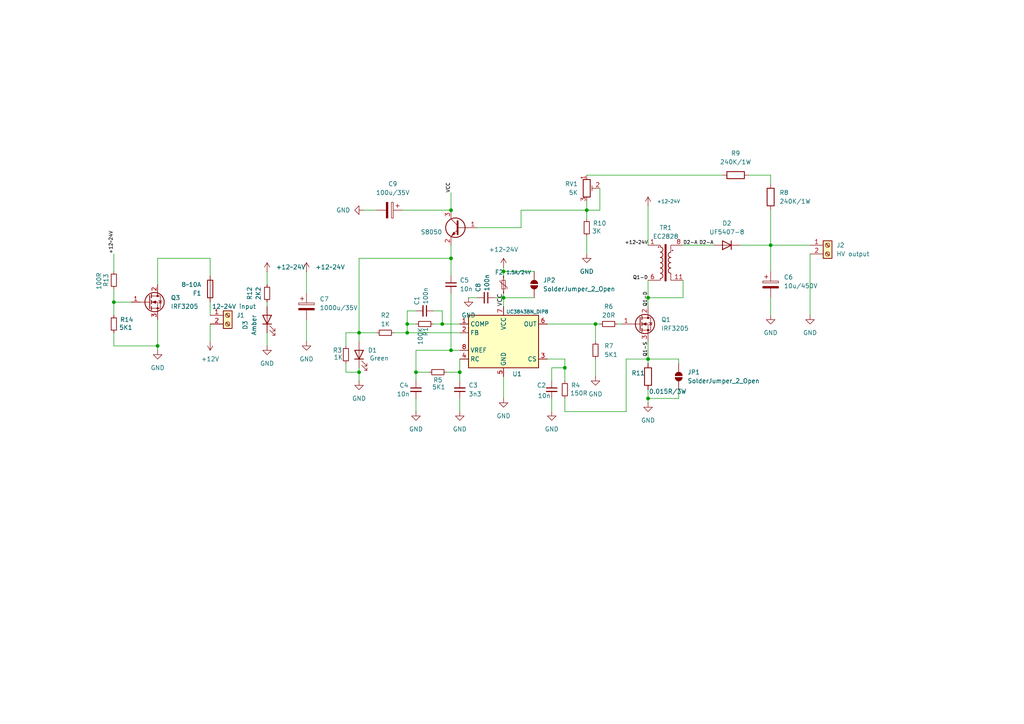
<source format=kicad_sch>
(kicad_sch
	(version 20250114)
	(generator "eeschema")
	(generator_version "9.0")
	(uuid "7e93cb89-656a-4c84-b4b1-b684d904b642")
	(paper "A4")
	(title_block
		(title "DC-DC 12>450V")
		(date "2026-02-08")
		(rev "V2.1")
		(company "Z32IT")
	)
	(lib_symbols
		(symbol "Connector:Screw_Terminal_01x02"
			(pin_names
				(offset 1.016)
				(hide yes)
			)
			(exclude_from_sim no)
			(in_bom yes)
			(on_board yes)
			(property "Reference" "J"
				(at 0 2.54 0)
				(effects
					(font
						(size 1.27 1.27)
					)
				)
			)
			(property "Value" "Screw_Terminal_01x02"
				(at 0 -5.08 0)
				(effects
					(font
						(size 1.27 1.27)
					)
				)
			)
			(property "Footprint" ""
				(at 0 0 0)
				(effects
					(font
						(size 1.27 1.27)
					)
					(hide yes)
				)
			)
			(property "Datasheet" "~"
				(at 0 0 0)
				(effects
					(font
						(size 1.27 1.27)
					)
					(hide yes)
				)
			)
			(property "Description" "Generic screw terminal, single row, 01x02, script generated (kicad-library-utils/schlib/autogen/connector/)"
				(at 0 0 0)
				(effects
					(font
						(size 1.27 1.27)
					)
					(hide yes)
				)
			)
			(property "ki_keywords" "screw terminal"
				(at 0 0 0)
				(effects
					(font
						(size 1.27 1.27)
					)
					(hide yes)
				)
			)
			(property "ki_fp_filters" "TerminalBlock*:*"
				(at 0 0 0)
				(effects
					(font
						(size 1.27 1.27)
					)
					(hide yes)
				)
			)
			(symbol "Screw_Terminal_01x02_1_1"
				(rectangle
					(start -1.27 1.27)
					(end 1.27 -3.81)
					(stroke
						(width 0.254)
						(type default)
					)
					(fill
						(type background)
					)
				)
				(polyline
					(pts
						(xy -0.5334 0.3302) (xy 0.3302 -0.508)
					)
					(stroke
						(width 0.1524)
						(type default)
					)
					(fill
						(type none)
					)
				)
				(polyline
					(pts
						(xy -0.5334 -2.2098) (xy 0.3302 -3.048)
					)
					(stroke
						(width 0.1524)
						(type default)
					)
					(fill
						(type none)
					)
				)
				(polyline
					(pts
						(xy -0.3556 0.508) (xy 0.508 -0.3302)
					)
					(stroke
						(width 0.1524)
						(type default)
					)
					(fill
						(type none)
					)
				)
				(polyline
					(pts
						(xy -0.3556 -2.032) (xy 0.508 -2.8702)
					)
					(stroke
						(width 0.1524)
						(type default)
					)
					(fill
						(type none)
					)
				)
				(circle
					(center 0 0)
					(radius 0.635)
					(stroke
						(width 0.1524)
						(type default)
					)
					(fill
						(type none)
					)
				)
				(circle
					(center 0 -2.54)
					(radius 0.635)
					(stroke
						(width 0.1524)
						(type default)
					)
					(fill
						(type none)
					)
				)
				(pin passive line
					(at -5.08 0 0)
					(length 3.81)
					(name "Pin_1"
						(effects
							(font
								(size 1.27 1.27)
							)
						)
					)
					(number "1"
						(effects
							(font
								(size 1.27 1.27)
							)
						)
					)
				)
				(pin passive line
					(at -5.08 -2.54 0)
					(length 3.81)
					(name "Pin_2"
						(effects
							(font
								(size 1.27 1.27)
							)
						)
					)
					(number "2"
						(effects
							(font
								(size 1.27 1.27)
							)
						)
					)
				)
			)
			(embedded_fonts no)
		)
		(symbol "Device:C_Polarized"
			(pin_numbers
				(hide yes)
			)
			(pin_names
				(offset 0.254)
			)
			(exclude_from_sim no)
			(in_bom yes)
			(on_board yes)
			(property "Reference" "C"
				(at 0.635 2.54 0)
				(effects
					(font
						(size 1.27 1.27)
					)
					(justify left)
				)
			)
			(property "Value" "C_Polarized"
				(at 0.635 -2.54 0)
				(effects
					(font
						(size 1.27 1.27)
					)
					(justify left)
				)
			)
			(property "Footprint" ""
				(at 0.9652 -3.81 0)
				(effects
					(font
						(size 1.27 1.27)
					)
					(hide yes)
				)
			)
			(property "Datasheet" "~"
				(at 0 0 0)
				(effects
					(font
						(size 1.27 1.27)
					)
					(hide yes)
				)
			)
			(property "Description" "Polarized capacitor"
				(at 0 0 0)
				(effects
					(font
						(size 1.27 1.27)
					)
					(hide yes)
				)
			)
			(property "ki_keywords" "cap capacitor"
				(at 0 0 0)
				(effects
					(font
						(size 1.27 1.27)
					)
					(hide yes)
				)
			)
			(property "ki_fp_filters" "CP_*"
				(at 0 0 0)
				(effects
					(font
						(size 1.27 1.27)
					)
					(hide yes)
				)
			)
			(symbol "C_Polarized_0_1"
				(rectangle
					(start -2.286 0.508)
					(end 2.286 1.016)
					(stroke
						(width 0)
						(type default)
					)
					(fill
						(type none)
					)
				)
				(polyline
					(pts
						(xy -1.778 2.286) (xy -0.762 2.286)
					)
					(stroke
						(width 0)
						(type default)
					)
					(fill
						(type none)
					)
				)
				(polyline
					(pts
						(xy -1.27 2.794) (xy -1.27 1.778)
					)
					(stroke
						(width 0)
						(type default)
					)
					(fill
						(type none)
					)
				)
				(rectangle
					(start 2.286 -0.508)
					(end -2.286 -1.016)
					(stroke
						(width 0)
						(type default)
					)
					(fill
						(type outline)
					)
				)
			)
			(symbol "C_Polarized_1_1"
				(pin passive line
					(at 0 3.81 270)
					(length 2.794)
					(name "~"
						(effects
							(font
								(size 1.27 1.27)
							)
						)
					)
					(number "1"
						(effects
							(font
								(size 1.27 1.27)
							)
						)
					)
				)
				(pin passive line
					(at 0 -3.81 90)
					(length 2.794)
					(name "~"
						(effects
							(font
								(size 1.27 1.27)
							)
						)
					)
					(number "2"
						(effects
							(font
								(size 1.27 1.27)
							)
						)
					)
				)
			)
			(embedded_fonts no)
		)
		(symbol "Device:C_Small"
			(pin_numbers
				(hide yes)
			)
			(pin_names
				(offset 0.254)
				(hide yes)
			)
			(exclude_from_sim no)
			(in_bom yes)
			(on_board yes)
			(property "Reference" "C"
				(at 0.254 1.778 0)
				(effects
					(font
						(size 1.27 1.27)
					)
					(justify left)
				)
			)
			(property "Value" "C_Small"
				(at 0.254 -2.032 0)
				(effects
					(font
						(size 1.27 1.27)
					)
					(justify left)
				)
			)
			(property "Footprint" ""
				(at 0 0 0)
				(effects
					(font
						(size 1.27 1.27)
					)
					(hide yes)
				)
			)
			(property "Datasheet" "~"
				(at 0 0 0)
				(effects
					(font
						(size 1.27 1.27)
					)
					(hide yes)
				)
			)
			(property "Description" "Unpolarized capacitor, small symbol"
				(at 0 0 0)
				(effects
					(font
						(size 1.27 1.27)
					)
					(hide yes)
				)
			)
			(property "ki_keywords" "capacitor cap"
				(at 0 0 0)
				(effects
					(font
						(size 1.27 1.27)
					)
					(hide yes)
				)
			)
			(property "ki_fp_filters" "C_*"
				(at 0 0 0)
				(effects
					(font
						(size 1.27 1.27)
					)
					(hide yes)
				)
			)
			(symbol "C_Small_0_1"
				(polyline
					(pts
						(xy -1.524 0.508) (xy 1.524 0.508)
					)
					(stroke
						(width 0.3048)
						(type default)
					)
					(fill
						(type none)
					)
				)
				(polyline
					(pts
						(xy -1.524 -0.508) (xy 1.524 -0.508)
					)
					(stroke
						(width 0.3302)
						(type default)
					)
					(fill
						(type none)
					)
				)
			)
			(symbol "C_Small_1_1"
				(pin passive line
					(at 0 2.54 270)
					(length 2.032)
					(name "~"
						(effects
							(font
								(size 1.27 1.27)
							)
						)
					)
					(number "1"
						(effects
							(font
								(size 1.27 1.27)
							)
						)
					)
				)
				(pin passive line
					(at 0 -2.54 90)
					(length 2.032)
					(name "~"
						(effects
							(font
								(size 1.27 1.27)
							)
						)
					)
					(number "2"
						(effects
							(font
								(size 1.27 1.27)
							)
						)
					)
				)
			)
			(embedded_fonts no)
		)
		(symbol "Device:Fuse"
			(pin_numbers
				(hide yes)
			)
			(pin_names
				(offset 0)
			)
			(exclude_from_sim no)
			(in_bom yes)
			(on_board yes)
			(property "Reference" "F"
				(at 2.032 0 90)
				(effects
					(font
						(size 1.27 1.27)
					)
				)
			)
			(property "Value" "Fuse"
				(at -1.905 0 90)
				(effects
					(font
						(size 1.27 1.27)
					)
				)
			)
			(property "Footprint" ""
				(at -1.778 0 90)
				(effects
					(font
						(size 1.27 1.27)
					)
					(hide yes)
				)
			)
			(property "Datasheet" "~"
				(at 0 0 0)
				(effects
					(font
						(size 1.27 1.27)
					)
					(hide yes)
				)
			)
			(property "Description" "Fuse"
				(at 0 0 0)
				(effects
					(font
						(size 1.27 1.27)
					)
					(hide yes)
				)
			)
			(property "ki_keywords" "fuse"
				(at 0 0 0)
				(effects
					(font
						(size 1.27 1.27)
					)
					(hide yes)
				)
			)
			(property "ki_fp_filters" "*Fuse*"
				(at 0 0 0)
				(effects
					(font
						(size 1.27 1.27)
					)
					(hide yes)
				)
			)
			(symbol "Fuse_0_1"
				(rectangle
					(start -0.762 -2.54)
					(end 0.762 2.54)
					(stroke
						(width 0.254)
						(type default)
					)
					(fill
						(type none)
					)
				)
				(polyline
					(pts
						(xy 0 2.54) (xy 0 -2.54)
					)
					(stroke
						(width 0)
						(type default)
					)
					(fill
						(type none)
					)
				)
			)
			(symbol "Fuse_1_1"
				(pin passive line
					(at 0 3.81 270)
					(length 1.27)
					(name "~"
						(effects
							(font
								(size 1.27 1.27)
							)
						)
					)
					(number "1"
						(effects
							(font
								(size 1.27 1.27)
							)
						)
					)
				)
				(pin passive line
					(at 0 -3.81 90)
					(length 1.27)
					(name "~"
						(effects
							(font
								(size 1.27 1.27)
							)
						)
					)
					(number "2"
						(effects
							(font
								(size 1.27 1.27)
							)
						)
					)
				)
			)
			(embedded_fonts no)
		)
		(symbol "Device:LED"
			(pin_numbers
				(hide yes)
			)
			(pin_names
				(offset 1.016)
				(hide yes)
			)
			(exclude_from_sim no)
			(in_bom yes)
			(on_board yes)
			(property "Reference" "D"
				(at 0 2.54 0)
				(effects
					(font
						(size 1.27 1.27)
					)
				)
			)
			(property "Value" "LED"
				(at 0 -2.54 0)
				(effects
					(font
						(size 1.27 1.27)
					)
				)
			)
			(property "Footprint" ""
				(at 0 0 0)
				(effects
					(font
						(size 1.27 1.27)
					)
					(hide yes)
				)
			)
			(property "Datasheet" "~"
				(at 0 0 0)
				(effects
					(font
						(size 1.27 1.27)
					)
					(hide yes)
				)
			)
			(property "Description" "Light emitting diode"
				(at 0 0 0)
				(effects
					(font
						(size 1.27 1.27)
					)
					(hide yes)
				)
			)
			(property "Sim.Pins" "1=K 2=A"
				(at 0 0 0)
				(effects
					(font
						(size 1.27 1.27)
					)
					(hide yes)
				)
			)
			(property "ki_keywords" "LED diode"
				(at 0 0 0)
				(effects
					(font
						(size 1.27 1.27)
					)
					(hide yes)
				)
			)
			(property "ki_fp_filters" "LED* LED_SMD:* LED_THT:*"
				(at 0 0 0)
				(effects
					(font
						(size 1.27 1.27)
					)
					(hide yes)
				)
			)
			(symbol "LED_0_1"
				(polyline
					(pts
						(xy -3.048 -0.762) (xy -4.572 -2.286) (xy -3.81 -2.286) (xy -4.572 -2.286) (xy -4.572 -1.524)
					)
					(stroke
						(width 0)
						(type default)
					)
					(fill
						(type none)
					)
				)
				(polyline
					(pts
						(xy -1.778 -0.762) (xy -3.302 -2.286) (xy -2.54 -2.286) (xy -3.302 -2.286) (xy -3.302 -1.524)
					)
					(stroke
						(width 0)
						(type default)
					)
					(fill
						(type none)
					)
				)
				(polyline
					(pts
						(xy -1.27 0) (xy 1.27 0)
					)
					(stroke
						(width 0)
						(type default)
					)
					(fill
						(type none)
					)
				)
				(polyline
					(pts
						(xy -1.27 -1.27) (xy -1.27 1.27)
					)
					(stroke
						(width 0.254)
						(type default)
					)
					(fill
						(type none)
					)
				)
				(polyline
					(pts
						(xy 1.27 -1.27) (xy 1.27 1.27) (xy -1.27 0) (xy 1.27 -1.27)
					)
					(stroke
						(width 0.254)
						(type default)
					)
					(fill
						(type none)
					)
				)
			)
			(symbol "LED_1_1"
				(pin passive line
					(at -3.81 0 0)
					(length 2.54)
					(name "K"
						(effects
							(font
								(size 1.27 1.27)
							)
						)
					)
					(number "1"
						(effects
							(font
								(size 1.27 1.27)
							)
						)
					)
				)
				(pin passive line
					(at 3.81 0 180)
					(length 2.54)
					(name "A"
						(effects
							(font
								(size 1.27 1.27)
							)
						)
					)
					(number "2"
						(effects
							(font
								(size 1.27 1.27)
							)
						)
					)
				)
			)
			(embedded_fonts no)
		)
		(symbol "Device:Polyfuse_Small"
			(pin_numbers
				(hide yes)
			)
			(pin_names
				(offset 0)
			)
			(exclude_from_sim no)
			(in_bom yes)
			(on_board yes)
			(property "Reference" "F"
				(at -1.905 0 90)
				(effects
					(font
						(size 1.27 1.27)
					)
				)
			)
			(property "Value" "Polyfuse_Small"
				(at 1.905 0 90)
				(effects
					(font
						(size 1.27 1.27)
					)
				)
			)
			(property "Footprint" ""
				(at 1.27 -5.08 0)
				(effects
					(font
						(size 1.27 1.27)
					)
					(justify left)
					(hide yes)
				)
			)
			(property "Datasheet" "~"
				(at 0 0 0)
				(effects
					(font
						(size 1.27 1.27)
					)
					(hide yes)
				)
			)
			(property "Description" "Resettable fuse, polymeric positive temperature coefficient, small symbol"
				(at 0 0 0)
				(effects
					(font
						(size 1.27 1.27)
					)
					(hide yes)
				)
			)
			(property "ki_keywords" "resettable fuse PTC PPTC polyfuse polyswitch"
				(at 0 0 0)
				(effects
					(font
						(size 1.27 1.27)
					)
					(hide yes)
				)
			)
			(property "ki_fp_filters" "*polyfuse* *PTC*"
				(at 0 0 0)
				(effects
					(font
						(size 1.27 1.27)
					)
					(hide yes)
				)
			)
			(symbol "Polyfuse_Small_0_1"
				(polyline
					(pts
						(xy -1.016 1.27) (xy -1.016 0.762) (xy 1.016 -0.762) (xy 1.016 -1.27)
					)
					(stroke
						(width 0)
						(type default)
					)
					(fill
						(type none)
					)
				)
				(rectangle
					(start -0.508 1.27)
					(end 0.508 -1.27)
					(stroke
						(width 0)
						(type default)
					)
					(fill
						(type none)
					)
				)
				(polyline
					(pts
						(xy 0 2.54) (xy 0 -2.54)
					)
					(stroke
						(width 0)
						(type default)
					)
					(fill
						(type none)
					)
				)
			)
			(symbol "Polyfuse_Small_1_1"
				(pin passive line
					(at 0 2.54 270)
					(length 0.635)
					(name "~"
						(effects
							(font
								(size 1.27 1.27)
							)
						)
					)
					(number "1"
						(effects
							(font
								(size 1.27 1.27)
							)
						)
					)
				)
				(pin passive line
					(at 0 -2.54 90)
					(length 0.635)
					(name "~"
						(effects
							(font
								(size 1.27 1.27)
							)
						)
					)
					(number "2"
						(effects
							(font
								(size 1.27 1.27)
							)
						)
					)
				)
			)
			(embedded_fonts no)
		)
		(symbol "Device:R"
			(pin_numbers
				(hide yes)
			)
			(pin_names
				(offset 0)
			)
			(exclude_from_sim no)
			(in_bom yes)
			(on_board yes)
			(property "Reference" "R"
				(at 2.032 0 90)
				(effects
					(font
						(size 1.27 1.27)
					)
				)
			)
			(property "Value" "R"
				(at 0 0 90)
				(effects
					(font
						(size 1.27 1.27)
					)
				)
			)
			(property "Footprint" ""
				(at -1.778 0 90)
				(effects
					(font
						(size 1.27 1.27)
					)
					(hide yes)
				)
			)
			(property "Datasheet" "~"
				(at 0 0 0)
				(effects
					(font
						(size 1.27 1.27)
					)
					(hide yes)
				)
			)
			(property "Description" "Resistor"
				(at 0 0 0)
				(effects
					(font
						(size 1.27 1.27)
					)
					(hide yes)
				)
			)
			(property "ki_keywords" "R res resistor"
				(at 0 0 0)
				(effects
					(font
						(size 1.27 1.27)
					)
					(hide yes)
				)
			)
			(property "ki_fp_filters" "R_*"
				(at 0 0 0)
				(effects
					(font
						(size 1.27 1.27)
					)
					(hide yes)
				)
			)
			(symbol "R_0_1"
				(rectangle
					(start -1.016 -2.54)
					(end 1.016 2.54)
					(stroke
						(width 0.254)
						(type default)
					)
					(fill
						(type none)
					)
				)
			)
			(symbol "R_1_1"
				(pin passive line
					(at 0 3.81 270)
					(length 1.27)
					(name "~"
						(effects
							(font
								(size 1.27 1.27)
							)
						)
					)
					(number "1"
						(effects
							(font
								(size 1.27 1.27)
							)
						)
					)
				)
				(pin passive line
					(at 0 -3.81 90)
					(length 1.27)
					(name "~"
						(effects
							(font
								(size 1.27 1.27)
							)
						)
					)
					(number "2"
						(effects
							(font
								(size 1.27 1.27)
							)
						)
					)
				)
			)
			(embedded_fonts no)
		)
		(symbol "Device:R_Potentiometer_Trim"
			(pin_names
				(offset 1.016)
				(hide yes)
			)
			(exclude_from_sim no)
			(in_bom yes)
			(on_board yes)
			(property "Reference" "RV"
				(at -4.445 0 90)
				(effects
					(font
						(size 1.27 1.27)
					)
				)
			)
			(property "Value" "R_Potentiometer_Trim"
				(at -2.54 0 90)
				(effects
					(font
						(size 1.27 1.27)
					)
				)
			)
			(property "Footprint" ""
				(at 0 0 0)
				(effects
					(font
						(size 1.27 1.27)
					)
					(hide yes)
				)
			)
			(property "Datasheet" "~"
				(at 0 0 0)
				(effects
					(font
						(size 1.27 1.27)
					)
					(hide yes)
				)
			)
			(property "Description" "Trim-potentiometer"
				(at 0 0 0)
				(effects
					(font
						(size 1.27 1.27)
					)
					(hide yes)
				)
			)
			(property "ki_keywords" "resistor variable trimpot trimmer"
				(at 0 0 0)
				(effects
					(font
						(size 1.27 1.27)
					)
					(hide yes)
				)
			)
			(property "ki_fp_filters" "Potentiometer*"
				(at 0 0 0)
				(effects
					(font
						(size 1.27 1.27)
					)
					(hide yes)
				)
			)
			(symbol "R_Potentiometer_Trim_0_1"
				(rectangle
					(start 1.016 2.54)
					(end -1.016 -2.54)
					(stroke
						(width 0.254)
						(type default)
					)
					(fill
						(type none)
					)
				)
				(polyline
					(pts
						(xy 1.524 0.762) (xy 1.524 -0.762)
					)
					(stroke
						(width 0)
						(type default)
					)
					(fill
						(type none)
					)
				)
				(polyline
					(pts
						(xy 2.54 0) (xy 1.524 0)
					)
					(stroke
						(width 0)
						(type default)
					)
					(fill
						(type none)
					)
				)
			)
			(symbol "R_Potentiometer_Trim_1_1"
				(pin passive line
					(at 0 3.81 270)
					(length 1.27)
					(name "1"
						(effects
							(font
								(size 1.27 1.27)
							)
						)
					)
					(number "1"
						(effects
							(font
								(size 1.27 1.27)
							)
						)
					)
				)
				(pin passive line
					(at 0 -3.81 90)
					(length 1.27)
					(name "3"
						(effects
							(font
								(size 1.27 1.27)
							)
						)
					)
					(number "3"
						(effects
							(font
								(size 1.27 1.27)
							)
						)
					)
				)
				(pin passive line
					(at 3.81 0 180)
					(length 1.27)
					(name "2"
						(effects
							(font
								(size 1.27 1.27)
							)
						)
					)
					(number "2"
						(effects
							(font
								(size 1.27 1.27)
							)
						)
					)
				)
			)
			(embedded_fonts no)
		)
		(symbol "Device:R_Small"
			(pin_numbers
				(hide yes)
			)
			(pin_names
				(offset 0.254)
				(hide yes)
			)
			(exclude_from_sim no)
			(in_bom yes)
			(on_board yes)
			(property "Reference" "R"
				(at 0.762 0.508 0)
				(effects
					(font
						(size 1.27 1.27)
					)
					(justify left)
				)
			)
			(property "Value" "R_Small"
				(at 0.762 -1.016 0)
				(effects
					(font
						(size 1.27 1.27)
					)
					(justify left)
				)
			)
			(property "Footprint" ""
				(at 0 0 0)
				(effects
					(font
						(size 1.27 1.27)
					)
					(hide yes)
				)
			)
			(property "Datasheet" "~"
				(at 0 0 0)
				(effects
					(font
						(size 1.27 1.27)
					)
					(hide yes)
				)
			)
			(property "Description" "Resistor, small symbol"
				(at 0 0 0)
				(effects
					(font
						(size 1.27 1.27)
					)
					(hide yes)
				)
			)
			(property "ki_keywords" "R resistor"
				(at 0 0 0)
				(effects
					(font
						(size 1.27 1.27)
					)
					(hide yes)
				)
			)
			(property "ki_fp_filters" "R_*"
				(at 0 0 0)
				(effects
					(font
						(size 1.27 1.27)
					)
					(hide yes)
				)
			)
			(symbol "R_Small_0_1"
				(rectangle
					(start -0.762 1.778)
					(end 0.762 -1.778)
					(stroke
						(width 0.2032)
						(type default)
					)
					(fill
						(type none)
					)
				)
			)
			(symbol "R_Small_1_1"
				(pin passive line
					(at 0 2.54 270)
					(length 0.762)
					(name "~"
						(effects
							(font
								(size 1.27 1.27)
							)
						)
					)
					(number "1"
						(effects
							(font
								(size 1.27 1.27)
							)
						)
					)
				)
				(pin passive line
					(at 0 -2.54 90)
					(length 0.762)
					(name "~"
						(effects
							(font
								(size 1.27 1.27)
							)
						)
					)
					(number "2"
						(effects
							(font
								(size 1.27 1.27)
							)
						)
					)
				)
			)
			(embedded_fonts no)
		)
		(symbol "Diode:UF5407"
			(pin_numbers
				(hide yes)
			)
			(pin_names
				(hide yes)
			)
			(exclude_from_sim no)
			(in_bom yes)
			(on_board yes)
			(property "Reference" "D"
				(at 0 2.54 0)
				(effects
					(font
						(size 1.27 1.27)
					)
				)
			)
			(property "Value" "UF5407"
				(at 0 -2.54 0)
				(effects
					(font
						(size 1.27 1.27)
					)
				)
			)
			(property "Footprint" "Diode_THT:D_DO-201AD_P15.24mm_Horizontal"
				(at 0 -4.445 0)
				(effects
					(font
						(size 1.27 1.27)
					)
					(hide yes)
				)
			)
			(property "Datasheet" "http://www.vishay.com/docs/88756/uf5400.pdf"
				(at 0 0 0)
				(effects
					(font
						(size 1.27 1.27)
					)
					(hide yes)
				)
			)
			(property "Description" "800V 3A Soft Recovery Ultrafast Rectifier Diode, DO-201AD"
				(at 0 0 0)
				(effects
					(font
						(size 1.27 1.27)
					)
					(hide yes)
				)
			)
			(property "Sim.Device" "D"
				(at 0 0 0)
				(effects
					(font
						(size 1.27 1.27)
					)
					(hide yes)
				)
			)
			(property "Sim.Pins" "1=K 2=A"
				(at 0 0 0)
				(effects
					(font
						(size 1.27 1.27)
					)
					(hide yes)
				)
			)
			(property "ki_keywords" "diode"
				(at 0 0 0)
				(effects
					(font
						(size 1.27 1.27)
					)
					(hide yes)
				)
			)
			(property "ki_fp_filters" "D*DO?201AD*"
				(at 0 0 0)
				(effects
					(font
						(size 1.27 1.27)
					)
					(hide yes)
				)
			)
			(symbol "UF5407_0_1"
				(polyline
					(pts
						(xy -1.27 1.27) (xy -1.27 -1.27)
					)
					(stroke
						(width 0.254)
						(type default)
					)
					(fill
						(type none)
					)
				)
				(polyline
					(pts
						(xy 1.27 1.27) (xy 1.27 -1.27) (xy -1.27 0) (xy 1.27 1.27)
					)
					(stroke
						(width 0.254)
						(type default)
					)
					(fill
						(type none)
					)
				)
				(polyline
					(pts
						(xy 1.27 0) (xy -1.27 0)
					)
					(stroke
						(width 0)
						(type default)
					)
					(fill
						(type none)
					)
				)
			)
			(symbol "UF5407_1_1"
				(pin passive line
					(at -3.81 0 0)
					(length 2.54)
					(name "K"
						(effects
							(font
								(size 1.27 1.27)
							)
						)
					)
					(number "1"
						(effects
							(font
								(size 1.27 1.27)
							)
						)
					)
				)
				(pin passive line
					(at 3.81 0 180)
					(length 2.54)
					(name "A"
						(effects
							(font
								(size 1.27 1.27)
							)
						)
					)
					(number "2"
						(effects
							(font
								(size 1.27 1.27)
							)
						)
					)
				)
			)
			(embedded_fonts no)
		)
		(symbol "Jumper:SolderJumper_2_Open"
			(pin_numbers
				(hide yes)
			)
			(pin_names
				(offset 0)
				(hide yes)
			)
			(exclude_from_sim yes)
			(in_bom no)
			(on_board yes)
			(property "Reference" "JP"
				(at 0 2.032 0)
				(effects
					(font
						(size 1.27 1.27)
					)
				)
			)
			(property "Value" "SolderJumper_2_Open"
				(at 0 -2.54 0)
				(effects
					(font
						(size 1.27 1.27)
					)
				)
			)
			(property "Footprint" ""
				(at 0 0 0)
				(effects
					(font
						(size 1.27 1.27)
					)
					(hide yes)
				)
			)
			(property "Datasheet" "~"
				(at 0 0 0)
				(effects
					(font
						(size 1.27 1.27)
					)
					(hide yes)
				)
			)
			(property "Description" "Solder Jumper, 2-pole, open"
				(at 0 0 0)
				(effects
					(font
						(size 1.27 1.27)
					)
					(hide yes)
				)
			)
			(property "ki_keywords" "solder jumper SPST"
				(at 0 0 0)
				(effects
					(font
						(size 1.27 1.27)
					)
					(hide yes)
				)
			)
			(property "ki_fp_filters" "SolderJumper*Open*"
				(at 0 0 0)
				(effects
					(font
						(size 1.27 1.27)
					)
					(hide yes)
				)
			)
			(symbol "SolderJumper_2_Open_0_1"
				(polyline
					(pts
						(xy -0.254 1.016) (xy -0.254 -1.016)
					)
					(stroke
						(width 0)
						(type default)
					)
					(fill
						(type none)
					)
				)
				(arc
					(start -0.254 -1.016)
					(mid -1.2656 0)
					(end -0.254 1.016)
					(stroke
						(width 0)
						(type default)
					)
					(fill
						(type none)
					)
				)
				(arc
					(start -0.254 -1.016)
					(mid -1.2656 0)
					(end -0.254 1.016)
					(stroke
						(width 0)
						(type default)
					)
					(fill
						(type outline)
					)
				)
				(arc
					(start 0.254 1.016)
					(mid 1.2656 0)
					(end 0.254 -1.016)
					(stroke
						(width 0)
						(type default)
					)
					(fill
						(type none)
					)
				)
				(arc
					(start 0.254 1.016)
					(mid 1.2656 0)
					(end 0.254 -1.016)
					(stroke
						(width 0)
						(type default)
					)
					(fill
						(type outline)
					)
				)
				(polyline
					(pts
						(xy 0.254 1.016) (xy 0.254 -1.016)
					)
					(stroke
						(width 0)
						(type default)
					)
					(fill
						(type none)
					)
				)
			)
			(symbol "SolderJumper_2_Open_1_1"
				(pin passive line
					(at -3.81 0 0)
					(length 2.54)
					(name "A"
						(effects
							(font
								(size 1.27 1.27)
							)
						)
					)
					(number "1"
						(effects
							(font
								(size 1.27 1.27)
							)
						)
					)
				)
				(pin passive line
					(at 3.81 0 180)
					(length 2.54)
					(name "B"
						(effects
							(font
								(size 1.27 1.27)
							)
						)
					)
					(number "2"
						(effects
							(font
								(size 1.27 1.27)
							)
						)
					)
				)
			)
			(embedded_fonts no)
		)
		(symbol "Regulator_Controller:UC3843_DIP8"
			(exclude_from_sim no)
			(in_bom yes)
			(on_board yes)
			(property "Reference" "U"
				(at 3.81 11.43 0)
				(effects
					(font
						(size 1.27 1.27)
					)
					(justify left)
				)
			)
			(property "Value" "UC3843_DIP8"
				(at 3.81 8.89 0)
				(effects
					(font
						(size 1.27 1.27)
					)
					(justify left)
				)
			)
			(property "Footprint" "Package_DIP:DIP-8_W7.62mm"
				(at 0 -12.7 0)
				(effects
					(font
						(size 1.27 1.27)
					)
					(hide yes)
				)
			)
			(property "Datasheet" "http://www.ti.com/lit/ds/symlink/uc3842.pdf"
				(at 0 0 0)
				(effects
					(font
						(size 1.27 1.27)
					)
					(hide yes)
				)
			)
			(property "Description" "Current-Mode PWM Controllers, 100% Duty Cycle, 8.4V/7.6V UVLO, PDIP-8"
				(at 0 0 0)
				(effects
					(font
						(size 1.27 1.27)
					)
					(hide yes)
				)
			)
			(property "ki_keywords" "SMPS PWM Controller"
				(at 0 0 0)
				(effects
					(font
						(size 1.27 1.27)
					)
					(hide yes)
				)
			)
			(property "ki_fp_filters" "DIP*W7.62mm*"
				(at 0 0 0)
				(effects
					(font
						(size 1.27 1.27)
					)
					(hide yes)
				)
			)
			(symbol "UC3843_DIP8_0_1"
				(rectangle
					(start -10.16 -7.62)
					(end 10.16 7.62)
					(stroke
						(width 0.254)
						(type default)
					)
					(fill
						(type background)
					)
				)
			)
			(symbol "UC3843_DIP8_1_1"
				(pin passive line
					(at -12.7 5.08 0)
					(length 2.54)
					(name "COMP"
						(effects
							(font
								(size 1.27 1.27)
							)
						)
					)
					(number "1"
						(effects
							(font
								(size 1.27 1.27)
							)
						)
					)
				)
				(pin input line
					(at -12.7 2.54 0)
					(length 2.54)
					(name "FB"
						(effects
							(font
								(size 1.27 1.27)
							)
						)
					)
					(number "2"
						(effects
							(font
								(size 1.27 1.27)
							)
						)
					)
				)
				(pin power_out line
					(at -12.7 -2.54 0)
					(length 2.54)
					(name "VREF"
						(effects
							(font
								(size 1.27 1.27)
							)
						)
					)
					(number "8"
						(effects
							(font
								(size 1.27 1.27)
							)
						)
					)
				)
				(pin passive line
					(at -12.7 -5.08 0)
					(length 2.54)
					(name "RC"
						(effects
							(font
								(size 1.27 1.27)
							)
						)
					)
					(number "4"
						(effects
							(font
								(size 1.27 1.27)
							)
						)
					)
				)
				(pin power_in line
					(at 0 10.16 270)
					(length 2.54)
					(name "VCC"
						(effects
							(font
								(size 1.27 1.27)
							)
						)
					)
					(number "7"
						(effects
							(font
								(size 1.27 1.27)
							)
						)
					)
				)
				(pin power_in line
					(at 0 -10.16 90)
					(length 2.54)
					(name "GND"
						(effects
							(font
								(size 1.27 1.27)
							)
						)
					)
					(number "5"
						(effects
							(font
								(size 1.27 1.27)
							)
						)
					)
				)
				(pin output line
					(at 12.7 5.08 180)
					(length 2.54)
					(name "OUT"
						(effects
							(font
								(size 1.27 1.27)
							)
						)
					)
					(number "6"
						(effects
							(font
								(size 1.27 1.27)
							)
						)
					)
				)
				(pin input line
					(at 12.7 -5.08 180)
					(length 2.54)
					(name "CS"
						(effects
							(font
								(size 1.27 1.27)
							)
						)
					)
					(number "3"
						(effects
							(font
								(size 1.27 1.27)
							)
						)
					)
				)
			)
			(embedded_fonts no)
		)
		(symbol "Transformer:TEZ10.0-D-1"
			(pin_names
				(offset 0.0254)
			)
			(exclude_from_sim no)
			(in_bom yes)
			(on_board yes)
			(property "Reference" "TR"
				(at 0 6.35 0)
				(effects
					(font
						(size 1.27 1.27)
					)
				)
			)
			(property "Value" "TEZ10.0-D-1"
				(at 0 -6.35 0)
				(effects
					(font
						(size 1.27 1.27)
					)
				)
			)
			(property "Footprint" "Transformer_THT:Transformer_Breve_TEZ-44x52"
				(at 0 -8.89 0)
				(effects
					(font
						(size 1.27 1.27)
						(italic yes)
					)
					(hide yes)
				)
			)
			(property "Datasheet" "http://www.breve.pl/pdf/ANG/TEZ_ang.pdf"
				(at 0 0 0)
				(effects
					(font
						(size 1.27 1.27)
					)
					(hide yes)
				)
			)
			(property "Description" "TEZ10.0/D/x, 10VA, Single Secondary, Cast Resin Transformer, PCB"
				(at 0 0 0)
				(effects
					(font
						(size 1.27 1.27)
					)
					(hide yes)
				)
			)
			(property "ki_keywords" "10VA PCB Transformer Single Secondary"
				(at 0 0 0)
				(effects
					(font
						(size 1.27 1.27)
					)
					(hide yes)
				)
			)
			(property "ki_fp_filters" "Transformer*Breve*TEZ*44x52*"
				(at 0 0 0)
				(effects
					(font
						(size 1.27 1.27)
					)
					(hide yes)
				)
			)
			(symbol "TEZ10.0-D-1_0_1"
				(circle
					(center -2.032 4.572)
					(radius 0.127)
					(stroke
						(width 0)
						(type default)
					)
					(fill
						(type none)
					)
				)
				(arc
					(start -1.524 4.572)
					(mid -0.7653 3.81)
					(end -1.524 3.048)
					(stroke
						(width 0.2032)
						(type default)
					)
					(fill
						(type none)
					)
				)
				(arc
					(start -1.524 3.048)
					(mid -0.7653 2.286)
					(end -1.524 1.524)
					(stroke
						(width 0.2032)
						(type default)
					)
					(fill
						(type none)
					)
				)
				(arc
					(start -1.524 1.524)
					(mid -0.7653 0.762)
					(end -1.524 0)
					(stroke
						(width 0.2032)
						(type default)
					)
					(fill
						(type none)
					)
				)
				(arc
					(start -1.524 0)
					(mid -0.7653 -0.762)
					(end -1.524 -1.524)
					(stroke
						(width 0.2032)
						(type default)
					)
					(fill
						(type none)
					)
				)
				(arc
					(start -1.524 -1.524)
					(mid -0.7653 -2.286)
					(end -1.524 -3.048)
					(stroke
						(width 0.2032)
						(type default)
					)
					(fill
						(type none)
					)
				)
				(arc
					(start -1.524 -3.048)
					(mid -0.7653 -3.81)
					(end -1.524 -4.572)
					(stroke
						(width 0.2032)
						(type default)
					)
					(fill
						(type none)
					)
				)
				(polyline
					(pts
						(xy -1.524 4.572) (xy -1.524 5.08) (xy -2.54 5.08)
					)
					(stroke
						(width 0)
						(type default)
					)
					(fill
						(type none)
					)
				)
				(polyline
					(pts
						(xy -1.524 -4.572) (xy -1.524 -5.08) (xy -2.54 -5.08)
					)
					(stroke
						(width 0)
						(type default)
					)
					(fill
						(type none)
					)
				)
				(rectangle
					(start -0.254 5.334)
					(end 0.254 -5.334)
					(stroke
						(width 0.0254)
						(type default)
					)
					(fill
						(type outline)
					)
				)
				(polyline
					(pts
						(xy 1.524 3.048) (xy 1.524 5.08) (xy 2.54 5.08) (xy 2.54 5.08)
					)
					(stroke
						(width 0.1524)
						(type default)
					)
					(fill
						(type none)
					)
				)
				(arc
					(start 1.524 1.524)
					(mid 0.7653 2.286)
					(end 1.524 3.048)
					(stroke
						(width 0.2032)
						(type default)
					)
					(fill
						(type none)
					)
				)
				(arc
					(start 1.524 0)
					(mid 0.7653 0.762)
					(end 1.524 1.524)
					(stroke
						(width 0.2032)
						(type default)
					)
					(fill
						(type none)
					)
				)
				(arc
					(start 1.524 -1.524)
					(mid 0.7653 -0.762)
					(end 1.524 0)
					(stroke
						(width 0.2032)
						(type default)
					)
					(fill
						(type none)
					)
				)
				(arc
					(start 1.524 -3.048)
					(mid 0.7653 -2.286)
					(end 1.524 -1.524)
					(stroke
						(width 0.2032)
						(type default)
					)
					(fill
						(type none)
					)
				)
				(circle
					(center 2.032 3.556)
					(radius 0.127)
					(stroke
						(width 0)
						(type default)
					)
					(fill
						(type none)
					)
				)
				(polyline
					(pts
						(xy 2.54 -5.08) (xy 1.524 -5.08) (xy 1.524 -3.048) (xy 1.524 -3.048)
					)
					(stroke
						(width 0.1524)
						(type default)
					)
					(fill
						(type none)
					)
				)
			)
			(symbol "TEZ10.0-D-1_1_1"
				(pin passive line
					(at -5.08 5.08 0)
					(length 2.54)
					(name "~"
						(effects
							(font
								(size 1.27 1.27)
							)
						)
					)
					(number "1"
						(effects
							(font
								(size 1.27 1.27)
							)
						)
					)
				)
				(pin passive line
					(at -5.08 -5.08 0)
					(length 2.54)
					(name "~"
						(effects
							(font
								(size 1.27 1.27)
							)
						)
					)
					(number "6"
						(effects
							(font
								(size 1.27 1.27)
							)
						)
					)
				)
				(pin passive line
					(at 5.08 5.08 180)
					(length 2.54)
					(name "~"
						(effects
							(font
								(size 1.27 1.27)
							)
						)
					)
					(number "8"
						(effects
							(font
								(size 1.27 1.27)
							)
						)
					)
				)
				(pin passive line
					(at 5.08 -5.08 180)
					(length 2.54)
					(name "~"
						(effects
							(font
								(size 1.27 1.27)
							)
						)
					)
					(number "11"
						(effects
							(font
								(size 1.27 1.27)
							)
						)
					)
				)
			)
			(embedded_fonts no)
		)
		(symbol "Transistor_BJT:SS8050"
			(pin_names
				(offset 0)
				(hide yes)
			)
			(exclude_from_sim no)
			(in_bom yes)
			(on_board yes)
			(property "Reference" "Q"
				(at 5.08 1.905 0)
				(effects
					(font
						(size 1.27 1.27)
					)
					(justify left)
				)
			)
			(property "Value" "SS8050"
				(at 5.08 0 0)
				(effects
					(font
						(size 1.27 1.27)
					)
					(justify left)
				)
			)
			(property "Footprint" "Package_TO_SOT_SMD:SOT-23"
				(at 5.08 -7.366 0)
				(effects
					(font
						(size 1.27 1.27)
						(italic yes)
					)
					(justify left)
					(hide yes)
				)
			)
			(property "Datasheet" "http://www.secosgmbh.com/datasheet/products/SSMPTransistor/SOT-23/SS8050.pdf"
				(at 5.08 -4.826 0)
				(effects
					(font
						(size 1.27 1.27)
					)
					(justify left)
					(hide yes)
				)
			)
			(property "Description" "General Purpose NPN Transistor, 1.5A Ic, 25V Vce, SOT-23"
				(at 34.036 -2.286 0)
				(effects
					(font
						(size 1.27 1.27)
					)
					(hide yes)
				)
			)
			(property "ki_keywords" "SS8050 NPN Transistor"
				(at 0 0 0)
				(effects
					(font
						(size 1.27 1.27)
					)
					(hide yes)
				)
			)
			(property "ki_fp_filters" "SOT?23*"
				(at 0 0 0)
				(effects
					(font
						(size 1.27 1.27)
					)
					(hide yes)
				)
			)
			(symbol "SS8050_0_1"
				(polyline
					(pts
						(xy -2.54 0) (xy 0.635 0)
					)
					(stroke
						(width 0)
						(type default)
					)
					(fill
						(type none)
					)
				)
				(polyline
					(pts
						(xy 0.635 1.905) (xy 0.635 -1.905)
					)
					(stroke
						(width 0.508)
						(type default)
					)
					(fill
						(type none)
					)
				)
				(circle
					(center 1.27 0)
					(radius 2.8194)
					(stroke
						(width 0.254)
						(type default)
					)
					(fill
						(type none)
					)
				)
			)
			(symbol "SS8050_1_1"
				(polyline
					(pts
						(xy 0.635 0.635) (xy 2.54 2.54)
					)
					(stroke
						(width 0)
						(type default)
					)
					(fill
						(type none)
					)
				)
				(polyline
					(pts
						(xy 0.635 -0.635) (xy 2.54 -2.54)
					)
					(stroke
						(width 0)
						(type default)
					)
					(fill
						(type none)
					)
				)
				(polyline
					(pts
						(xy 1.27 -1.778) (xy 1.778 -1.27) (xy 2.286 -2.286) (xy 1.27 -1.778)
					)
					(stroke
						(width 0)
						(type default)
					)
					(fill
						(type outline)
					)
				)
				(pin input line
					(at -5.08 0 0)
					(length 2.54)
					(name "B"
						(effects
							(font
								(size 1.27 1.27)
							)
						)
					)
					(number "1"
						(effects
							(font
								(size 1.27 1.27)
							)
						)
					)
				)
				(pin passive line
					(at 2.54 5.08 270)
					(length 2.54)
					(name "C"
						(effects
							(font
								(size 1.27 1.27)
							)
						)
					)
					(number "3"
						(effects
							(font
								(size 1.27 1.27)
							)
						)
					)
				)
				(pin passive line
					(at 2.54 -5.08 90)
					(length 2.54)
					(name "E"
						(effects
							(font
								(size 1.27 1.27)
							)
						)
					)
					(number "2"
						(effects
							(font
								(size 1.27 1.27)
							)
						)
					)
				)
			)
			(embedded_fonts no)
		)
		(symbol "Transistor_FET:IRF3205"
			(pin_names
				(hide yes)
			)
			(exclude_from_sim no)
			(in_bom yes)
			(on_board yes)
			(property "Reference" "Q"
				(at 5.08 1.905 0)
				(effects
					(font
						(size 1.27 1.27)
					)
					(justify left)
				)
			)
			(property "Value" "IRF3205"
				(at 5.08 0 0)
				(effects
					(font
						(size 1.27 1.27)
					)
					(justify left)
				)
			)
			(property "Footprint" "Package_TO_SOT_THT:TO-220-3_Vertical"
				(at 5.08 -1.905 0)
				(effects
					(font
						(size 1.27 1.27)
						(italic yes)
					)
					(justify left)
					(hide yes)
				)
			)
			(property "Datasheet" "http://www.irf.com/product-info/datasheets/data/irf3205.pdf"
				(at 5.08 -3.81 0)
				(effects
					(font
						(size 1.27 1.27)
					)
					(justify left)
					(hide yes)
				)
			)
			(property "Description" "110A Id, 55V Vds, Single N-Channel HEXFET Power MOSFET, 8mOhm Ron, TO-220AB"
				(at 0 0 0)
				(effects
					(font
						(size 1.27 1.27)
					)
					(hide yes)
				)
			)
			(property "ki_keywords" "Single N-Channel HEXFET Power MOSFET"
				(at 0 0 0)
				(effects
					(font
						(size 1.27 1.27)
					)
					(hide yes)
				)
			)
			(property "ki_fp_filters" "TO?220*"
				(at 0 0 0)
				(effects
					(font
						(size 1.27 1.27)
					)
					(hide yes)
				)
			)
			(symbol "IRF3205_0_1"
				(polyline
					(pts
						(xy 0.254 1.905) (xy 0.254 -1.905)
					)
					(stroke
						(width 0.254)
						(type default)
					)
					(fill
						(type none)
					)
				)
				(polyline
					(pts
						(xy 0.254 0) (xy -2.54 0)
					)
					(stroke
						(width 0)
						(type default)
					)
					(fill
						(type none)
					)
				)
				(polyline
					(pts
						(xy 0.762 2.286) (xy 0.762 1.27)
					)
					(stroke
						(width 0.254)
						(type default)
					)
					(fill
						(type none)
					)
				)
				(polyline
					(pts
						(xy 0.762 0.508) (xy 0.762 -0.508)
					)
					(stroke
						(width 0.254)
						(type default)
					)
					(fill
						(type none)
					)
				)
				(polyline
					(pts
						(xy 0.762 -1.27) (xy 0.762 -2.286)
					)
					(stroke
						(width 0.254)
						(type default)
					)
					(fill
						(type none)
					)
				)
				(polyline
					(pts
						(xy 0.762 -1.778) (xy 3.302 -1.778) (xy 3.302 1.778) (xy 0.762 1.778)
					)
					(stroke
						(width 0)
						(type default)
					)
					(fill
						(type none)
					)
				)
				(polyline
					(pts
						(xy 1.016 0) (xy 2.032 0.381) (xy 2.032 -0.381) (xy 1.016 0)
					)
					(stroke
						(width 0)
						(type default)
					)
					(fill
						(type outline)
					)
				)
				(circle
					(center 1.651 0)
					(radius 2.794)
					(stroke
						(width 0.254)
						(type default)
					)
					(fill
						(type none)
					)
				)
				(polyline
					(pts
						(xy 2.54 2.54) (xy 2.54 1.778)
					)
					(stroke
						(width 0)
						(type default)
					)
					(fill
						(type none)
					)
				)
				(circle
					(center 2.54 1.778)
					(radius 0.254)
					(stroke
						(width 0)
						(type default)
					)
					(fill
						(type outline)
					)
				)
				(circle
					(center 2.54 -1.778)
					(radius 0.254)
					(stroke
						(width 0)
						(type default)
					)
					(fill
						(type outline)
					)
				)
				(polyline
					(pts
						(xy 2.54 -2.54) (xy 2.54 0) (xy 0.762 0)
					)
					(stroke
						(width 0)
						(type default)
					)
					(fill
						(type none)
					)
				)
				(polyline
					(pts
						(xy 2.794 0.508) (xy 2.921 0.381) (xy 3.683 0.381) (xy 3.81 0.254)
					)
					(stroke
						(width 0)
						(type default)
					)
					(fill
						(type none)
					)
				)
				(polyline
					(pts
						(xy 3.302 0.381) (xy 2.921 -0.254) (xy 3.683 -0.254) (xy 3.302 0.381)
					)
					(stroke
						(width 0)
						(type default)
					)
					(fill
						(type none)
					)
				)
			)
			(symbol "IRF3205_1_1"
				(pin input line
					(at -5.08 0 0)
					(length 2.54)
					(name "G"
						(effects
							(font
								(size 1.27 1.27)
							)
						)
					)
					(number "1"
						(effects
							(font
								(size 1.27 1.27)
							)
						)
					)
				)
				(pin passive line
					(at 2.54 5.08 270)
					(length 2.54)
					(name "D"
						(effects
							(font
								(size 1.27 1.27)
							)
						)
					)
					(number "2"
						(effects
							(font
								(size 1.27 1.27)
							)
						)
					)
				)
				(pin passive line
					(at 2.54 -5.08 90)
					(length 2.54)
					(name "S"
						(effects
							(font
								(size 1.27 1.27)
							)
						)
					)
					(number "3"
						(effects
							(font
								(size 1.27 1.27)
							)
						)
					)
				)
			)
			(embedded_fonts no)
		)
		(symbol "power:+12V"
			(power)
			(pin_numbers
				(hide yes)
			)
			(pin_names
				(offset 0)
				(hide yes)
			)
			(exclude_from_sim no)
			(in_bom yes)
			(on_board yes)
			(property "Reference" "#PWR"
				(at 0 -3.81 0)
				(effects
					(font
						(size 1.27 1.27)
					)
					(hide yes)
				)
			)
			(property "Value" "+12V"
				(at 0 3.556 0)
				(effects
					(font
						(size 1.27 1.27)
					)
				)
			)
			(property "Footprint" ""
				(at 0 0 0)
				(effects
					(font
						(size 1.27 1.27)
					)
					(hide yes)
				)
			)
			(property "Datasheet" ""
				(at 0 0 0)
				(effects
					(font
						(size 1.27 1.27)
					)
					(hide yes)
				)
			)
			(property "Description" "Power symbol creates a global label with name \"+12V\""
				(at 0 0 0)
				(effects
					(font
						(size 1.27 1.27)
					)
					(hide yes)
				)
			)
			(property "ki_keywords" "global power"
				(at 0 0 0)
				(effects
					(font
						(size 1.27 1.27)
					)
					(hide yes)
				)
			)
			(symbol "+12V_0_1"
				(polyline
					(pts
						(xy -0.762 1.27) (xy 0 2.54)
					)
					(stroke
						(width 0)
						(type default)
					)
					(fill
						(type none)
					)
				)
				(polyline
					(pts
						(xy 0 2.54) (xy 0.762 1.27)
					)
					(stroke
						(width 0)
						(type default)
					)
					(fill
						(type none)
					)
				)
				(polyline
					(pts
						(xy 0 0) (xy 0 2.54)
					)
					(stroke
						(width 0)
						(type default)
					)
					(fill
						(type none)
					)
				)
			)
			(symbol "+12V_1_1"
				(pin power_in line
					(at 0 0 90)
					(length 0)
					(name "~"
						(effects
							(font
								(size 1.27 1.27)
							)
						)
					)
					(number "1"
						(effects
							(font
								(size 1.27 1.27)
							)
						)
					)
				)
			)
			(embedded_fonts no)
		)
		(symbol "power:GND"
			(power)
			(pin_numbers
				(hide yes)
			)
			(pin_names
				(offset 0)
				(hide yes)
			)
			(exclude_from_sim no)
			(in_bom yes)
			(on_board yes)
			(property "Reference" "#PWR"
				(at 0 -6.35 0)
				(effects
					(font
						(size 1.27 1.27)
					)
					(hide yes)
				)
			)
			(property "Value" "GND"
				(at 0 -3.81 0)
				(effects
					(font
						(size 1.27 1.27)
					)
				)
			)
			(property "Footprint" ""
				(at 0 0 0)
				(effects
					(font
						(size 1.27 1.27)
					)
					(hide yes)
				)
			)
			(property "Datasheet" ""
				(at 0 0 0)
				(effects
					(font
						(size 1.27 1.27)
					)
					(hide yes)
				)
			)
			(property "Description" "Power symbol creates a global label with name \"GND\" , ground"
				(at 0 0 0)
				(effects
					(font
						(size 1.27 1.27)
					)
					(hide yes)
				)
			)
			(property "ki_keywords" "global power"
				(at 0 0 0)
				(effects
					(font
						(size 1.27 1.27)
					)
					(hide yes)
				)
			)
			(symbol "GND_0_1"
				(polyline
					(pts
						(xy 0 0) (xy 0 -1.27) (xy 1.27 -1.27) (xy 0 -2.54) (xy -1.27 -1.27) (xy 0 -1.27)
					)
					(stroke
						(width 0)
						(type default)
					)
					(fill
						(type none)
					)
				)
			)
			(symbol "GND_1_1"
				(pin power_in line
					(at 0 0 270)
					(length 0)
					(name "~"
						(effects
							(font
								(size 1.27 1.27)
							)
						)
					)
					(number "1"
						(effects
							(font
								(size 1.27 1.27)
							)
						)
					)
				)
			)
			(embedded_fonts no)
		)
	)
	(junction
		(at 223.52 71.12)
		(diameter 0)
		(color 0 0 0 0)
		(uuid "0d440c09-bf25-49db-b4ec-02914897971a")
	)
	(junction
		(at 187.96 104.14)
		(diameter 0)
		(color 0 0 0 0)
		(uuid "0d488736-73eb-48ce-8a0d-c52d26c520f3")
	)
	(junction
		(at 130.81 74.93)
		(diameter 0)
		(color 0 0 0 0)
		(uuid "22cbf5f3-52e8-479b-b17f-456ad562903d")
	)
	(junction
		(at 118.11 93.98)
		(diameter 0)
		(color 0 0 0 0)
		(uuid "23ff5b8c-cd4e-40a1-858c-d70604da6945")
	)
	(junction
		(at 128.27 93.98)
		(diameter 0)
		(color 0 0 0 0)
		(uuid "49e55da0-09a6-4635-b197-ed958ef5a56a")
	)
	(junction
		(at 187.96 86.36)
		(diameter 0)
		(color 0 0 0 0)
		(uuid "57a93e24-6b2e-4983-8bd0-9ccc97be9f14")
	)
	(junction
		(at 45.72 100.33)
		(diameter 0)
		(color 0 0 0 0)
		(uuid "58cfb580-2925-4c56-aa2e-f237c40b07db")
	)
	(junction
		(at 33.02 87.63)
		(diameter 0)
		(color 0 0 0 0)
		(uuid "60b17e06-7d84-46e8-b2fb-84a0b47a472f")
	)
	(junction
		(at 130.81 60.96)
		(diameter 0)
		(color 0 0 0 0)
		(uuid "7c0a2b95-9abe-42f0-bbc4-5811b0a0590d")
	)
	(junction
		(at 130.81 101.6)
		(diameter 0)
		(color 0 0 0 0)
		(uuid "8bf00933-f736-4ea7-a613-e1be988fd201")
	)
	(junction
		(at 187.96 115.57)
		(diameter 0)
		(color 0 0 0 0)
		(uuid "8dff70f3-90fa-473b-b927-c261f4cde136")
	)
	(junction
		(at 133.35 107.95)
		(diameter 0)
		(color 0 0 0 0)
		(uuid "8f8a1b63-e992-47d6-bd17-aa877db8eb3b")
	)
	(junction
		(at 146.05 78.74)
		(diameter 0)
		(color 0 0 0 0)
		(uuid "bff65dff-6c57-4fc4-91ac-940048b44886")
	)
	(junction
		(at 146.05 86.36)
		(diameter 0)
		(color 0 0 0 0)
		(uuid "c17359c9-81de-453d-b5f9-96d11f3bd38e")
	)
	(junction
		(at 170.18 60.96)
		(diameter 0)
		(color 0 0 0 0)
		(uuid "c2d3bdeb-8b49-4014-886f-5009c7908f58")
	)
	(junction
		(at 120.65 107.95)
		(diameter 0)
		(color 0 0 0 0)
		(uuid "c66708b5-69fa-406e-af4e-b4d5aff24806")
	)
	(junction
		(at 163.83 106.68)
		(diameter 0)
		(color 0 0 0 0)
		(uuid "cf15f442-5b71-4b95-ba1c-9069fe148e97")
	)
	(junction
		(at 172.72 93.98)
		(diameter 0)
		(color 0 0 0 0)
		(uuid "e2ee8f9c-32a0-460d-9c32-ccb256d1f559")
	)
	(junction
		(at 118.11 96.52)
		(diameter 0)
		(color 0 0 0 0)
		(uuid "e74120f6-04ac-490b-9998-4bca5dc4e568")
	)
	(junction
		(at 104.14 107.95)
		(diameter 0)
		(color 0 0 0 0)
		(uuid "e80ae860-28e5-4546-af0b-ca4842e9a5f2")
	)
	(junction
		(at 104.14 96.52)
		(diameter 0)
		(color 0 0 0 0)
		(uuid "ec89d879-f365-4fdc-9fca-fbde17213e41")
	)
	(wire
		(pts
			(xy 33.02 83.82) (xy 33.02 87.63)
		)
		(stroke
			(width 0)
			(type default)
		)
		(uuid "06d98e97-015d-4933-b3b5-fd3a897b5037")
	)
	(wire
		(pts
			(xy 77.47 88.9) (xy 77.47 87.63)
		)
		(stroke
			(width 0)
			(type default)
		)
		(uuid "070d1f9f-b33e-41cb-9d99-eb0a5d35786a")
	)
	(wire
		(pts
			(xy 138.43 66.04) (xy 151.13 66.04)
		)
		(stroke
			(width 0)
			(type default)
		)
		(uuid "07d42aed-ee4b-4b86-a50e-f8991ea7c272")
	)
	(wire
		(pts
			(xy 196.85 105.41) (xy 196.85 104.14)
		)
		(stroke
			(width 0)
			(type default)
		)
		(uuid "083538dd-3734-4c5c-abd7-f24b247442d6")
	)
	(wire
		(pts
			(xy 146.05 78.74) (xy 146.05 80.01)
		)
		(stroke
			(width 0)
			(type default)
		)
		(uuid "08d5fdca-4841-4780-a967-48d1ddd78684")
	)
	(wire
		(pts
			(xy 104.14 99.06) (xy 104.14 96.52)
		)
		(stroke
			(width 0)
			(type default)
		)
		(uuid "0c9dfc1e-c220-463c-8cd8-c781885a4f07")
	)
	(wire
		(pts
			(xy 104.14 107.95) (xy 104.14 110.49)
		)
		(stroke
			(width 0)
			(type default)
		)
		(uuid "0e5f24f8-ad12-47a5-888a-25009aa3d50a")
	)
	(wire
		(pts
			(xy 217.17 50.8) (xy 223.52 50.8)
		)
		(stroke
			(width 0)
			(type default)
		)
		(uuid "1228cd62-61c4-49fc-a9f3-ebaeec264bcf")
	)
	(wire
		(pts
			(xy 196.85 115.57) (xy 187.96 115.57)
		)
		(stroke
			(width 0)
			(type default)
		)
		(uuid "12e47a61-b537-4963-82af-daa6dfbe3b89")
	)
	(wire
		(pts
			(xy 130.81 101.6) (xy 133.35 101.6)
		)
		(stroke
			(width 0)
			(type default)
		)
		(uuid "1a75c773-31cc-4e62-a77a-ea1010498cb1")
	)
	(wire
		(pts
			(xy 170.18 60.96) (xy 170.18 63.5)
		)
		(stroke
			(width 0)
			(type default)
		)
		(uuid "1ae58f3f-e562-46eb-a60c-d479177d348e")
	)
	(wire
		(pts
			(xy 170.18 50.8) (xy 209.55 50.8)
		)
		(stroke
			(width 0)
			(type default)
		)
		(uuid "1c8ca2b2-cf56-4e77-a279-ec3f625f2928")
	)
	(wire
		(pts
			(xy 100.33 107.95) (xy 104.14 107.95)
		)
		(stroke
			(width 0)
			(type default)
		)
		(uuid "1fa4ac10-0a08-4952-864f-c2a960c208b1")
	)
	(wire
		(pts
			(xy 118.11 93.98) (xy 120.65 93.98)
		)
		(stroke
			(width 0)
			(type default)
		)
		(uuid "20fd663d-c83f-4e7f-b99d-e3fbbcc160a1")
	)
	(wire
		(pts
			(xy 88.9 78.74) (xy 88.9 85.09)
		)
		(stroke
			(width 0)
			(type default)
		)
		(uuid "27a31d08-f3c9-4869-a114-4a42726eee80")
	)
	(wire
		(pts
			(xy 187.96 99.06) (xy 187.96 104.14)
		)
		(stroke
			(width 0)
			(type default)
		)
		(uuid "2c6b579e-03a1-4e6b-ab87-e8bb89f0e38f")
	)
	(wire
		(pts
			(xy 130.81 85.09) (xy 130.81 101.6)
		)
		(stroke
			(width 0)
			(type default)
		)
		(uuid "348682a8-a9f4-4dc8-a176-460f91a66f0b")
	)
	(wire
		(pts
			(xy 172.72 93.98) (xy 173.99 93.98)
		)
		(stroke
			(width 0)
			(type default)
		)
		(uuid "34d192f3-cf2f-46f6-8621-ee44edbd126e")
	)
	(wire
		(pts
			(xy 223.52 86.36) (xy 223.52 91.44)
		)
		(stroke
			(width 0)
			(type default)
		)
		(uuid "36709c13-27b6-4cf3-84e4-f5556188d795")
	)
	(wire
		(pts
			(xy 128.27 93.98) (xy 133.35 93.98)
		)
		(stroke
			(width 0)
			(type default)
		)
		(uuid "3f78e8e1-c7b2-45e5-895f-8a557f866d63")
	)
	(wire
		(pts
			(xy 223.52 71.12) (xy 223.52 78.74)
		)
		(stroke
			(width 0)
			(type default)
		)
		(uuid "41b2bf46-8b11-4a04-a052-be8fefce8efb")
	)
	(wire
		(pts
			(xy 151.13 66.04) (xy 151.13 60.96)
		)
		(stroke
			(width 0)
			(type default)
		)
		(uuid "42302efe-83e9-474b-a250-0a0c6b30c08c")
	)
	(wire
		(pts
			(xy 187.96 86.36) (xy 187.96 88.9)
		)
		(stroke
			(width 0)
			(type default)
		)
		(uuid "467ddfd8-42c8-49fa-b961-8a70a9a28512")
	)
	(wire
		(pts
			(xy 118.11 96.52) (xy 118.11 93.98)
		)
		(stroke
			(width 0)
			(type default)
		)
		(uuid "47b7046e-db4d-46aa-a493-1dc61fd36dcb")
	)
	(wire
		(pts
			(xy 104.14 106.68) (xy 104.14 107.95)
		)
		(stroke
			(width 0)
			(type default)
		)
		(uuid "49cb9ad6-5467-4928-bca8-425d146a1f8f")
	)
	(wire
		(pts
			(xy 172.72 104.14) (xy 172.72 109.22)
		)
		(stroke
			(width 0)
			(type default)
		)
		(uuid "49d7672f-bd2e-4b07-bcbf-a0d24accdae2")
	)
	(wire
		(pts
			(xy 88.9 92.71) (xy 88.9 99.06)
		)
		(stroke
			(width 0)
			(type default)
		)
		(uuid "4b133707-bd8c-4046-b0d0-6b8daa4ed1e7")
	)
	(wire
		(pts
			(xy 133.35 107.95) (xy 133.35 110.49)
		)
		(stroke
			(width 0)
			(type default)
		)
		(uuid "4b789356-b383-430c-98b2-ace5748dc131")
	)
	(wire
		(pts
			(xy 172.72 93.98) (xy 172.72 99.06)
		)
		(stroke
			(width 0)
			(type default)
		)
		(uuid "4c8746e4-9be8-47f9-bf65-fef79f74c79a")
	)
	(wire
		(pts
			(xy 33.02 100.33) (xy 45.72 100.33)
		)
		(stroke
			(width 0)
			(type default)
		)
		(uuid "50168554-1d94-4a8d-a037-18327e1bbc71")
	)
	(wire
		(pts
			(xy 118.11 93.98) (xy 118.11 90.17)
		)
		(stroke
			(width 0)
			(type default)
		)
		(uuid "52c9acab-0d61-4a67-8a9d-e385d2b804fc")
	)
	(wire
		(pts
			(xy 151.13 60.96) (xy 170.18 60.96)
		)
		(stroke
			(width 0)
			(type default)
		)
		(uuid "582da299-0133-4351-8350-9639e28a2e50")
	)
	(wire
		(pts
			(xy 173.99 60.96) (xy 170.18 60.96)
		)
		(stroke
			(width 0)
			(type default)
		)
		(uuid "5899716b-f5fc-49da-bf9e-42895b6e950c")
	)
	(wire
		(pts
			(xy 163.83 104.14) (xy 163.83 106.68)
		)
		(stroke
			(width 0)
			(type default)
		)
		(uuid "58d424bc-5500-489a-9ff1-2db9495b5e05")
	)
	(wire
		(pts
			(xy 120.65 110.49) (xy 120.65 107.95)
		)
		(stroke
			(width 0)
			(type default)
		)
		(uuid "5baa245a-e87d-41dd-972b-9dedf5110d5b")
	)
	(wire
		(pts
			(xy 130.81 55.88) (xy 130.81 60.96)
		)
		(stroke
			(width 0)
			(type default)
		)
		(uuid "5e657028-7451-401c-89e5-3bd002c065f0")
	)
	(wire
		(pts
			(xy 133.35 115.57) (xy 133.35 119.38)
		)
		(stroke
			(width 0)
			(type default)
		)
		(uuid "5f86b88f-44f8-45fd-8eac-00fbe7f441b2")
	)
	(wire
		(pts
			(xy 128.27 90.17) (xy 128.27 93.98)
		)
		(stroke
			(width 0)
			(type default)
		)
		(uuid "6539bb51-54b9-4cc8-bd92-30a8723b1a8e")
	)
	(wire
		(pts
			(xy 104.14 74.93) (xy 130.81 74.93)
		)
		(stroke
			(width 0)
			(type default)
		)
		(uuid "67b444b3-4dd6-4f92-905d-5c4ef007e250")
	)
	(wire
		(pts
			(xy 158.75 93.98) (xy 172.72 93.98)
		)
		(stroke
			(width 0)
			(type default)
		)
		(uuid "686c565f-0683-48d9-a959-e8d21fc61747")
	)
	(wire
		(pts
			(xy 60.96 99.06) (xy 60.96 93.98)
		)
		(stroke
			(width 0)
			(type default)
		)
		(uuid "6d027439-c9f2-453b-b55e-e73a5c1daf0c")
	)
	(wire
		(pts
			(xy 130.81 74.93) (xy 130.81 80.01)
		)
		(stroke
			(width 0)
			(type default)
		)
		(uuid "6fa92b17-0bb3-4cb5-98a7-a6747888278c")
	)
	(wire
		(pts
			(xy 77.47 96.52) (xy 77.47 100.33)
		)
		(stroke
			(width 0)
			(type default)
		)
		(uuid "707fe996-6907-46a1-9697-ad184e8f51ce")
	)
	(wire
		(pts
			(xy 120.65 107.95) (xy 124.46 107.95)
		)
		(stroke
			(width 0)
			(type default)
		)
		(uuid "708031d1-a50e-4d61-b311-8473bdba8d71")
	)
	(wire
		(pts
			(xy 146.05 85.09) (xy 146.05 86.36)
		)
		(stroke
			(width 0)
			(type default)
		)
		(uuid "75dc655e-d4fa-4405-889c-067148c741af")
	)
	(wire
		(pts
			(xy 120.65 115.57) (xy 120.65 119.38)
		)
		(stroke
			(width 0)
			(type default)
		)
		(uuid "75deb531-6afe-4465-9f7e-73600e1feecb")
	)
	(wire
		(pts
			(xy 173.99 54.61) (xy 173.99 60.96)
		)
		(stroke
			(width 0)
			(type default)
		)
		(uuid "7ad2b855-9723-4ea9-82a3-d4358cd29a09")
	)
	(wire
		(pts
			(xy 100.33 100.33) (xy 100.33 96.52)
		)
		(stroke
			(width 0)
			(type default)
		)
		(uuid "7f28b72b-df85-42f9-beb0-f408a03deb8b")
	)
	(wire
		(pts
			(xy 160.02 106.68) (xy 163.83 106.68)
		)
		(stroke
			(width 0)
			(type default)
		)
		(uuid "801e9329-157b-4f3e-aebe-e4bdf0c3bbb1")
	)
	(wire
		(pts
			(xy 187.96 113.03) (xy 187.96 115.57)
		)
		(stroke
			(width 0)
			(type default)
		)
		(uuid "80b0c456-6c6c-48e0-ba48-2e70ecc22aa5")
	)
	(wire
		(pts
			(xy 143.51 86.36) (xy 146.05 86.36)
		)
		(stroke
			(width 0)
			(type default)
		)
		(uuid "834068cf-3976-4b12-b313-eb50b612cc3d")
	)
	(wire
		(pts
			(xy 60.96 91.44) (xy 60.96 87.63)
		)
		(stroke
			(width 0)
			(type default)
		)
		(uuid "83b9b6da-688b-4c95-a82e-bfee4825cd89")
	)
	(wire
		(pts
			(xy 181.61 104.14) (xy 187.96 104.14)
		)
		(stroke
			(width 0)
			(type default)
		)
		(uuid "83baab32-0d04-49b3-b107-f78b7fd99ae8")
	)
	(wire
		(pts
			(xy 146.05 86.36) (xy 154.94 86.36)
		)
		(stroke
			(width 0)
			(type default)
		)
		(uuid "8488bf09-f508-462f-9b03-7f52a24a7e9e")
	)
	(wire
		(pts
			(xy 160.02 110.49) (xy 160.02 106.68)
		)
		(stroke
			(width 0)
			(type default)
		)
		(uuid "8903a2fb-6e95-47b1-9d5a-9012d438f4f0")
	)
	(wire
		(pts
			(xy 163.83 115.57) (xy 163.83 119.38)
		)
		(stroke
			(width 0)
			(type default)
		)
		(uuid "8a24f42c-0f54-4904-9db8-5fb447efa3a2")
	)
	(wire
		(pts
			(xy 160.02 115.57) (xy 160.02 119.38)
		)
		(stroke
			(width 0)
			(type default)
		)
		(uuid "9068832a-fe05-4b4c-857e-20cfc32d6b5d")
	)
	(wire
		(pts
			(xy 187.96 59.69) (xy 187.96 71.12)
		)
		(stroke
			(width 0)
			(type default)
		)
		(uuid "90a1f221-4c71-4a3d-8a74-816b7efd85c4")
	)
	(wire
		(pts
			(xy 45.72 100.33) (xy 45.72 101.6)
		)
		(stroke
			(width 0)
			(type default)
		)
		(uuid "92ec80bc-c60b-47cd-ae07-1f262b2fdfb4")
	)
	(wire
		(pts
			(xy 223.52 71.12) (xy 234.95 71.12)
		)
		(stroke
			(width 0)
			(type default)
		)
		(uuid "94d77d7c-a54b-4c3d-814c-5aeb9860c567")
	)
	(wire
		(pts
			(xy 125.73 93.98) (xy 128.27 93.98)
		)
		(stroke
			(width 0)
			(type default)
		)
		(uuid "96701ea9-d463-4e70-9e06-5626ba94bff7")
	)
	(wire
		(pts
			(xy 196.85 113.03) (xy 196.85 115.57)
		)
		(stroke
			(width 0)
			(type default)
		)
		(uuid "976837c6-5400-4bf6-bebd-de5236d6b355")
	)
	(wire
		(pts
			(xy 146.05 109.22) (xy 146.05 115.57)
		)
		(stroke
			(width 0)
			(type default)
		)
		(uuid "99cccfe2-79a9-498e-9d9b-e81919801483")
	)
	(wire
		(pts
			(xy 105.41 60.96) (xy 109.22 60.96)
		)
		(stroke
			(width 0)
			(type default)
		)
		(uuid "9ab73c52-e09c-42c8-8afa-92c6d8b7da04")
	)
	(wire
		(pts
			(xy 114.3 96.52) (xy 118.11 96.52)
		)
		(stroke
			(width 0)
			(type default)
		)
		(uuid "9b9c81f3-eb12-456e-b50f-164c88bc022f")
	)
	(wire
		(pts
			(xy 118.11 90.17) (xy 120.65 90.17)
		)
		(stroke
			(width 0)
			(type default)
		)
		(uuid "9d5c1551-ecd0-4713-af1b-6610f6fb770f")
	)
	(wire
		(pts
			(xy 120.65 107.95) (xy 120.65 101.6)
		)
		(stroke
			(width 0)
			(type default)
		)
		(uuid "a0f9077d-c764-461e-a7b9-6be43a7bfa7a")
	)
	(wire
		(pts
			(xy 116.84 60.96) (xy 130.81 60.96)
		)
		(stroke
			(width 0)
			(type default)
		)
		(uuid "a103fdf2-36e6-4a69-bf4f-fe8fdf625387")
	)
	(wire
		(pts
			(xy 129.54 107.95) (xy 133.35 107.95)
		)
		(stroke
			(width 0)
			(type default)
		)
		(uuid "a1472737-a25b-4b14-95f0-491b76370ca3")
	)
	(wire
		(pts
			(xy 33.02 87.63) (xy 33.02 91.44)
		)
		(stroke
			(width 0)
			(type default)
		)
		(uuid "a1a73afc-7215-4912-855f-ea6bdb8f9815")
	)
	(wire
		(pts
			(xy 223.52 50.8) (xy 223.52 53.34)
		)
		(stroke
			(width 0)
			(type default)
		)
		(uuid "a570db23-ff3b-4cdc-a489-653e66901d0f")
	)
	(wire
		(pts
			(xy 163.83 119.38) (xy 181.61 119.38)
		)
		(stroke
			(width 0)
			(type default)
		)
		(uuid "a804bab8-241c-4c98-97c6-027525710a5b")
	)
	(wire
		(pts
			(xy 198.12 81.28) (xy 198.12 86.36)
		)
		(stroke
			(width 0)
			(type default)
		)
		(uuid "ac0a67df-8103-4ae1-a8d4-a73c7cd01756")
	)
	(wire
		(pts
			(xy 146.05 78.74) (xy 154.94 78.74)
		)
		(stroke
			(width 0)
			(type default)
		)
		(uuid "ae80f7cb-3d58-4c67-b85e-ef2f91efcfd3")
	)
	(wire
		(pts
			(xy 100.33 105.41) (xy 100.33 107.95)
		)
		(stroke
			(width 0)
			(type default)
		)
		(uuid "b1fda462-2afe-4666-b1fc-8f8d6f576a87")
	)
	(wire
		(pts
			(xy 77.47 78.74) (xy 77.47 82.55)
		)
		(stroke
			(width 0)
			(type default)
		)
		(uuid "b39390de-d0b5-4841-bc07-501e52bd5217")
	)
	(wire
		(pts
			(xy 104.14 74.93) (xy 104.14 96.52)
		)
		(stroke
			(width 0)
			(type default)
		)
		(uuid "b39e711e-ce78-4946-8d6a-ffddaf09b98a")
	)
	(wire
		(pts
			(xy 198.12 71.12) (xy 207.01 71.12)
		)
		(stroke
			(width 0)
			(type default)
		)
		(uuid "b3fa07a4-7236-4ce5-a12a-15db9206cf0c")
	)
	(wire
		(pts
			(xy 133.35 96.52) (xy 118.11 96.52)
		)
		(stroke
			(width 0)
			(type default)
		)
		(uuid "b7174cdc-b6e2-4af0-bde7-3a393d7e09d1")
	)
	(wire
		(pts
			(xy 133.35 104.14) (xy 133.35 107.95)
		)
		(stroke
			(width 0)
			(type default)
		)
		(uuid "b777473d-05a1-4ca3-bf72-4a6f485d4bab")
	)
	(wire
		(pts
			(xy 130.81 71.12) (xy 130.81 74.93)
		)
		(stroke
			(width 0)
			(type default)
		)
		(uuid "b9fa26f9-75d8-4b99-81e9-eadc4fcbab32")
	)
	(wire
		(pts
			(xy 187.96 81.28) (xy 187.96 86.36)
		)
		(stroke
			(width 0)
			(type default)
		)
		(uuid "ba378626-e731-463d-8df9-cea9aa6039c8")
	)
	(wire
		(pts
			(xy 60.96 80.01) (xy 60.96 74.93)
		)
		(stroke
			(width 0)
			(type default)
		)
		(uuid "bbf7df9f-ff02-4829-865c-017d3a953f3e")
	)
	(wire
		(pts
			(xy 214.63 71.12) (xy 223.52 71.12)
		)
		(stroke
			(width 0)
			(type default)
		)
		(uuid "bf622807-bdbe-496f-900c-e34b598cdc74")
	)
	(wire
		(pts
			(xy 181.61 119.38) (xy 181.61 104.14)
		)
		(stroke
			(width 0)
			(type default)
		)
		(uuid "c19ae988-abd8-42b0-a589-264f15f5e9b4")
	)
	(wire
		(pts
			(xy 158.75 104.14) (xy 163.83 104.14)
		)
		(stroke
			(width 0)
			(type default)
		)
		(uuid "c55c90a5-0c73-4f92-a319-efa96c1a72c1")
	)
	(wire
		(pts
			(xy 146.05 86.36) (xy 146.05 88.9)
		)
		(stroke
			(width 0)
			(type default)
		)
		(uuid "c7f8fae2-c984-4f2b-b7c5-530b2b96e901")
	)
	(wire
		(pts
			(xy 196.85 104.14) (xy 187.96 104.14)
		)
		(stroke
			(width 0)
			(type default)
		)
		(uuid "cba0c098-de4e-4f7e-be17-67f2a44d57f5")
	)
	(wire
		(pts
			(xy 135.89 86.36) (xy 138.43 86.36)
		)
		(stroke
			(width 0)
			(type default)
		)
		(uuid "d0a9969b-a8fc-4ef9-8949-268fe54779e5")
	)
	(wire
		(pts
			(xy 187.96 104.14) (xy 187.96 105.41)
		)
		(stroke
			(width 0)
			(type default)
		)
		(uuid "d3e2d8e7-90c7-4218-966c-67e783814e56")
	)
	(wire
		(pts
			(xy 179.07 93.98) (xy 180.34 93.98)
		)
		(stroke
			(width 0)
			(type default)
		)
		(uuid "d5e4a11a-4465-4629-bdfb-045ab8dbc019")
	)
	(wire
		(pts
			(xy 45.72 92.71) (xy 45.72 100.33)
		)
		(stroke
			(width 0)
			(type default)
		)
		(uuid "d670b673-4da4-423e-b573-82498ce018fe")
	)
	(wire
		(pts
			(xy 45.72 74.93) (xy 45.72 82.55)
		)
		(stroke
			(width 0)
			(type default)
		)
		(uuid "d6d9e51e-c3f5-4e59-aacb-c9647a771c52")
	)
	(wire
		(pts
			(xy 163.83 106.68) (xy 163.83 110.49)
		)
		(stroke
			(width 0)
			(type default)
		)
		(uuid "d7a51c29-4cc6-4353-9e27-b96ede4fd6e4")
	)
	(wire
		(pts
			(xy 146.05 77.47) (xy 146.05 78.74)
		)
		(stroke
			(width 0)
			(type default)
		)
		(uuid "d99c39c1-8973-4e48-9b9e-46a7a15181c9")
	)
	(wire
		(pts
			(xy 198.12 86.36) (xy 187.96 86.36)
		)
		(stroke
			(width 0)
			(type default)
		)
		(uuid "daa418e4-33b3-4a9c-a6d1-0e7ff4a25c4c")
	)
	(wire
		(pts
			(xy 104.14 96.52) (xy 109.22 96.52)
		)
		(stroke
			(width 0)
			(type default)
		)
		(uuid "dd19d299-6c62-40ab-8850-540e4f7846e5")
	)
	(wire
		(pts
			(xy 223.52 60.96) (xy 223.52 71.12)
		)
		(stroke
			(width 0)
			(type default)
		)
		(uuid "de11b2e0-7dcd-4ae5-a53b-6f4864c0de93")
	)
	(wire
		(pts
			(xy 100.33 96.52) (xy 104.14 96.52)
		)
		(stroke
			(width 0)
			(type default)
		)
		(uuid "e2316479-3fe2-4fa2-b652-7166b4852798")
	)
	(wire
		(pts
			(xy 120.65 101.6) (xy 130.81 101.6)
		)
		(stroke
			(width 0)
			(type default)
		)
		(uuid "e7f19654-1f33-41ca-9bc5-cd80d3662827")
	)
	(wire
		(pts
			(xy 60.96 74.93) (xy 45.72 74.93)
		)
		(stroke
			(width 0)
			(type default)
		)
		(uuid "e96c7d05-bad1-4e12-8742-3d5b81618967")
	)
	(wire
		(pts
			(xy 125.73 90.17) (xy 128.27 90.17)
		)
		(stroke
			(width 0)
			(type default)
		)
		(uuid "ecd122c1-e72c-42e0-a73a-52782a2dc8e0")
	)
	(wire
		(pts
			(xy 33.02 87.63) (xy 38.1 87.63)
		)
		(stroke
			(width 0)
			(type default)
		)
		(uuid "f02d5733-18f1-494b-a88d-9313b9b2b846")
	)
	(wire
		(pts
			(xy 33.02 73.66) (xy 33.02 78.74)
		)
		(stroke
			(width 0)
			(type default)
		)
		(uuid "f2094e10-1974-42c9-8982-07558286ead1")
	)
	(wire
		(pts
			(xy 234.95 73.66) (xy 234.95 91.44)
		)
		(stroke
			(width 0)
			(type default)
		)
		(uuid "f3ae1c53-2836-48e8-8c6c-68955a903459")
	)
	(wire
		(pts
			(xy 170.18 68.58) (xy 170.18 73.66)
		)
		(stroke
			(width 0)
			(type default)
		)
		(uuid "f548d5a6-498c-41b4-b6c3-b22694a830c5")
	)
	(wire
		(pts
			(xy 187.96 115.57) (xy 187.96 116.84)
		)
		(stroke
			(width 0)
			(type default)
		)
		(uuid "f5ef87cd-f53e-4bc6-9fa4-2b6455c19e42")
	)
	(wire
		(pts
			(xy 170.18 58.42) (xy 170.18 60.96)
		)
		(stroke
			(width 0)
			(type default)
		)
		(uuid "fa1ccc9a-3ed4-417d-ad2e-1d9c616e7ba5")
	)
	(wire
		(pts
			(xy 33.02 96.52) (xy 33.02 100.33)
		)
		(stroke
			(width 0)
			(type default)
		)
		(uuid "fe500e65-8ed6-4181-a040-270cf8940f4e")
	)
	(label "+12~24V"
		(at 187.96 71.12 180)
		(effects
			(font
				(size 1 1)
			)
			(justify right bottom)
		)
		(uuid "363555d4-d492-4fe2-9c21-ba4fde79490b")
	)
	(label "Q1-S"
		(at 187.96 99.06 270)
		(effects
			(font
				(size 1 1)
			)
			(justify right bottom)
		)
		(uuid "4ba95419-7a61-4937-9a02-718d7175b6b6")
	)
	(label "D2-A"
		(at 207.01 71.12 180)
		(effects
			(font
				(size 1 1)
			)
			(justify right bottom)
		)
		(uuid "704a51b9-1849-4518-a6a4-fdf5e17dc19b")
	)
	(label "D2-A"
		(at 198.12 71.12 0)
		(effects
			(font
				(size 1 1)
			)
			(justify left bottom)
		)
		(uuid "8413c826-7401-449f-bc12-b029a74e8897")
	)
	(label "Q1-D"
		(at 187.96 88.9 90)
		(effects
			(font
				(size 1 1)
			)
			(justify left bottom)
		)
		(uuid "9ef8f9f6-84c9-4b10-8f2d-295b1882ff0d")
	)
	(label "Q1-D"
		(at 187.96 81.28 180)
		(effects
			(font
				(size 1 1)
			)
			(justify right bottom)
		)
		(uuid "c3a844f4-d760-48bb-8ba4-169cd8ea582d")
	)
	(label "+12~24V"
		(at 33.02 73.66 90)
		(effects
			(font
				(size 1 1)
			)
			(justify left bottom)
		)
		(uuid "deadc614-fb19-4e2f-81af-d6c1fb281a2b")
	)
	(label "VCC"
		(at 130.81 55.88 90)
		(effects
			(font
				(size 1 1)
			)
			(justify left bottom)
		)
		(uuid "e0d02b32-6e0d-4900-bafa-b58093312af2")
	)
	(label "VCC"
		(at 146.05 88.9 90)
		(effects
			(font
				(size 1.27 1.27)
			)
			(justify left bottom)
		)
		(uuid "fbd1a495-c98c-4b24-a539-de474337e7cb")
	)
	(symbol
		(lib_id "Device:R_Potentiometer_Trim")
		(at 170.18 54.61 0)
		(unit 1)
		(exclude_from_sim no)
		(in_bom no)
		(on_board yes)
		(dnp no)
		(fields_autoplaced yes)
		(uuid "07525e05-4f10-46bc-8986-13d1fff0a9d1")
		(property "Reference" "RV1"
			(at 167.64 53.3399 0)
			(effects
				(font
					(size 1.27 1.27)
				)
				(justify right)
			)
		)
		(property "Value" "5K"
			(at 167.64 55.8799 0)
			(effects
				(font
					(size 1.27 1.27)
				)
				(justify right)
			)
		)
		(property "Footprint" "Potentiometer_THT:Potentiometer_Bourns_3296W_Vertical"
			(at 170.18 54.61 0)
			(effects
				(font
					(size 1.27 1.27)
				)
				(hide yes)
			)
		)
		(property "Datasheet" "~"
			(at 170.18 54.61 0)
			(effects
				(font
					(size 1.27 1.27)
				)
				(hide yes)
			)
		)
		(property "Description" "Trim-potentiometer"
			(at 170.18 54.61 0)
			(effects
				(font
					(size 1.27 1.27)
				)
				(hide yes)
			)
		)
		(pin "3"
			(uuid "9dc6b3bc-3fcc-4a85-a329-02cec969dc74")
		)
		(pin "1"
			(uuid "5cab068a-e2f9-4f36-94ea-04508857110f")
		)
		(pin "2"
			(uuid "27e6e0b1-9a01-4fb2-b63d-e66da5cf14b1")
		)
		(instances
			(project ""
				(path "/7e93cb89-656a-4c84-b4b1-b684d904b642"
					(reference "RV1")
					(unit 1)
				)
			)
		)
	)
	(symbol
		(lib_id "Device:C_Polarized")
		(at 88.9 88.9 0)
		(unit 1)
		(exclude_from_sim no)
		(in_bom no)
		(on_board yes)
		(dnp no)
		(fields_autoplaced yes)
		(uuid "0895748d-504f-4b0d-8937-c8ff4809e5f6")
		(property "Reference" "C7"
			(at 92.71 86.7409 0)
			(effects
				(font
					(size 1.27 1.27)
				)
				(justify left)
			)
		)
		(property "Value" "1000u/35V"
			(at 92.71 89.2809 0)
			(effects
				(font
					(size 1.27 1.27)
				)
				(justify left)
			)
		)
		(property "Footprint" "Capacitor_THT:CP_Radial_D10.0mm_P5.00mm"
			(at 89.8652 92.71 0)
			(effects
				(font
					(size 1.27 1.27)
				)
				(hide yes)
			)
		)
		(property "Datasheet" "~"
			(at 88.9 88.9 0)
			(effects
				(font
					(size 1.27 1.27)
				)
				(hide yes)
			)
		)
		(property "Description" "Polarized capacitor"
			(at 88.9 88.9 0)
			(effects
				(font
					(size 1.27 1.27)
				)
				(hide yes)
			)
		)
		(pin "2"
			(uuid "2950feed-14e9-4984-aaa7-7f8c65a62396")
		)
		(pin "1"
			(uuid "0c9e8ee6-67b7-4a49-ae27-ac9531b3335f")
		)
		(instances
			(project ""
				(path "/7e93cb89-656a-4c84-b4b1-b684d904b642"
					(reference "C7")
					(unit 1)
				)
			)
		)
	)
	(symbol
		(lib_id "Transistor_FET:IRF3205")
		(at 43.18 87.63 0)
		(unit 1)
		(exclude_from_sim no)
		(in_bom yes)
		(on_board yes)
		(dnp no)
		(fields_autoplaced yes)
		(uuid "09b240e9-8ea1-4ca6-83e8-a80318490a0c")
		(property "Reference" "Q3"
			(at 49.53 86.3599 0)
			(effects
				(font
					(size 1.27 1.27)
				)
				(justify left)
			)
		)
		(property "Value" "IRF3205"
			(at 49.53 88.8999 0)
			(effects
				(font
					(size 1.27 1.27)
				)
				(justify left)
			)
		)
		(property "Footprint" "Package_TO_SOT_THT:TO-220-3_Vertical"
			(at 48.26 89.535 0)
			(effects
				(font
					(size 1.27 1.27)
					(italic yes)
				)
				(justify left)
				(hide yes)
			)
		)
		(property "Datasheet" "http://www.irf.com/product-info/datasheets/data/irf3205.pdf"
			(at 48.26 91.44 0)
			(effects
				(font
					(size 1.27 1.27)
				)
				(justify left)
				(hide yes)
			)
		)
		(property "Description" "110A Id, 55V Vds, Single N-Channel HEXFET Power MOSFET, 8mOhm Ron, TO-220AB"
			(at 43.18 87.63 0)
			(effects
				(font
					(size 1.27 1.27)
				)
				(hide yes)
			)
		)
		(pin "1"
			(uuid "0c98ee8e-0317-4c82-9bce-1dc461031608")
		)
		(pin "2"
			(uuid "3c3b5909-b102-4c5f-87ee-1dcefdbe96b9")
		)
		(pin "3"
			(uuid "da00653f-b010-44b6-9af5-fe2ace913077")
		)
		(instances
			(project ""
				(path "/7e93cb89-656a-4c84-b4b1-b684d904b642"
					(reference "Q3")
					(unit 1)
				)
			)
		)
	)
	(symbol
		(lib_id "Device:LED")
		(at 77.47 92.71 90)
		(unit 1)
		(exclude_from_sim no)
		(in_bom yes)
		(on_board yes)
		(dnp no)
		(fields_autoplaced yes)
		(uuid "0bf6da64-d4b0-4458-b0bb-2aae282516a2")
		(property "Reference" "D3"
			(at 71.12 94.2975 0)
			(effects
				(font
					(size 1.27 1.27)
				)
			)
		)
		(property "Value" "Amber"
			(at 73.66 94.2975 0)
			(effects
				(font
					(size 1.27 1.27)
				)
			)
		)
		(property "Footprint" "LED_SMD:LED_0805_2012Metric"
			(at 77.47 92.71 0)
			(effects
				(font
					(size 1.27 1.27)
				)
				(hide yes)
			)
		)
		(property "Datasheet" "~"
			(at 77.47 92.71 0)
			(effects
				(font
					(size 1.27 1.27)
				)
				(hide yes)
			)
		)
		(property "Description" "Light emitting diode"
			(at 77.47 92.71 0)
			(effects
				(font
					(size 1.27 1.27)
				)
				(hide yes)
			)
		)
		(property "Sim.Pins" "1=K 2=A"
			(at 77.47 92.71 0)
			(effects
				(font
					(size 1.27 1.27)
				)
				(hide yes)
			)
		)
		(pin "1"
			(uuid "94c05ff2-c997-43b5-8f2d-1727d7d185aa")
		)
		(pin "2"
			(uuid "a456b9c4-dfee-40d5-911c-09adf7d9df2c")
		)
		(instances
			(project ""
				(path "/7e93cb89-656a-4c84-b4b1-b684d904b642"
					(reference "D3")
					(unit 1)
				)
			)
		)
	)
	(symbol
		(lib_id "power:GND")
		(at 133.35 119.38 0)
		(unit 1)
		(exclude_from_sim no)
		(in_bom yes)
		(on_board yes)
		(dnp no)
		(fields_autoplaced yes)
		(uuid "1256dc15-58b5-4b1f-a05d-a0c44277c43e")
		(property "Reference" "#PWR07"
			(at 133.35 125.73 0)
			(effects
				(font
					(size 1.27 1.27)
				)
				(hide yes)
			)
		)
		(property "Value" "GND"
			(at 133.35 124.46 0)
			(effects
				(font
					(size 1.27 1.27)
				)
			)
		)
		(property "Footprint" ""
			(at 133.35 119.38 0)
			(effects
				(font
					(size 1.27 1.27)
				)
				(hide yes)
			)
		)
		(property "Datasheet" ""
			(at 133.35 119.38 0)
			(effects
				(font
					(size 1.27 1.27)
				)
				(hide yes)
			)
		)
		(property "Description" "Power symbol creates a global label with name \"GND\" , ground"
			(at 133.35 119.38 0)
			(effects
				(font
					(size 1.27 1.27)
				)
				(hide yes)
			)
		)
		(pin "1"
			(uuid "a0e299fd-57ff-4cb8-906f-25608faa33f2")
		)
		(instances
			(project "DC-DC 12-450V"
				(path "/7e93cb89-656a-4c84-b4b1-b684d904b642"
					(reference "#PWR07")
					(unit 1)
				)
			)
		)
	)
	(symbol
		(lib_id "Jumper:SolderJumper_2_Open")
		(at 154.94 82.55 270)
		(unit 1)
		(exclude_from_sim no)
		(in_bom yes)
		(on_board yes)
		(dnp no)
		(fields_autoplaced yes)
		(uuid "133632dc-862a-410c-9cc9-54d23ac3bf72")
		(property "Reference" "JP2"
			(at 157.48 81.2799 90)
			(effects
				(font
					(size 1.27 1.27)
				)
				(justify left)
			)
		)
		(property "Value" "SolderJumper_2_Open"
			(at 157.48 83.8199 90)
			(effects
				(font
					(size 1.27 1.27)
				)
				(justify left)
			)
		)
		(property "Footprint" "Jumper:SolderJumper-2_P1.3mm_Open_Pad1.0x1.5mm"
			(at 154.94 82.55 0)
			(effects
				(font
					(size 1.27 1.27)
				)
				(hide yes)
			)
		)
		(property "Datasheet" "~"
			(at 154.94 82.55 0)
			(effects
				(font
					(size 1.27 1.27)
				)
				(hide yes)
			)
		)
		(property "Description" "Solder Jumper, 2-pole, open"
			(at 154.94 82.55 0)
			(effects
				(font
					(size 1.27 1.27)
				)
				(hide yes)
			)
		)
		(pin "1"
			(uuid "c9985ca0-2a75-4ef9-9d84-f9f65910dc7a")
		)
		(pin "2"
			(uuid "1ef8386d-2395-46d5-93c1-b6817cfc5c54")
		)
		(instances
			(project "DC-DC 12-450V V2"
				(path "/7e93cb89-656a-4c84-b4b1-b684d904b642"
					(reference "JP2")
					(unit 1)
				)
			)
		)
	)
	(symbol
		(lib_id "Device:R_Small")
		(at 172.72 101.6 0)
		(unit 1)
		(exclude_from_sim no)
		(in_bom yes)
		(on_board yes)
		(dnp no)
		(fields_autoplaced yes)
		(uuid "1479d643-44d6-4e09-a3c6-108cfb38c06b")
		(property "Reference" "R7"
			(at 175.26 100.3299 0)
			(effects
				(font
					(size 1.27 1.27)
				)
				(justify left)
			)
		)
		(property "Value" "5K1"
			(at 175.26 102.8699 0)
			(effects
				(font
					(size 1.27 1.27)
				)
				(justify left)
			)
		)
		(property "Footprint" "Resistor_SMD:R_1206_3216Metric"
			(at 172.72 101.6 0)
			(effects
				(font
					(size 1.27 1.27)
				)
				(hide yes)
			)
		)
		(property "Datasheet" "~"
			(at 172.72 101.6 0)
			(effects
				(font
					(size 1.27 1.27)
				)
				(hide yes)
			)
		)
		(property "Description" "Resistor, small symbol"
			(at 172.72 101.6 0)
			(effects
				(font
					(size 1.27 1.27)
				)
				(hide yes)
			)
		)
		(pin "2"
			(uuid "9abbec52-764b-4abf-959b-e447f6e3b056")
		)
		(pin "1"
			(uuid "52ff8851-9482-4a21-873d-b554aeca8059")
		)
		(instances
			(project "DC-DC 12-450V"
				(path "/7e93cb89-656a-4c84-b4b1-b684d904b642"
					(reference "R7")
					(unit 1)
				)
			)
		)
	)
	(symbol
		(lib_id "power:GND")
		(at 88.9 99.06 0)
		(unit 1)
		(exclude_from_sim no)
		(in_bom yes)
		(on_board yes)
		(dnp no)
		(fields_autoplaced yes)
		(uuid "147c95b9-203d-42ca-96ee-1497d01e0bd6")
		(property "Reference" "#PWR016"
			(at 88.9 105.41 0)
			(effects
				(font
					(size 1.27 1.27)
				)
				(hide yes)
			)
		)
		(property "Value" "GND"
			(at 88.9 104.14 0)
			(effects
				(font
					(size 1.27 1.27)
				)
			)
		)
		(property "Footprint" ""
			(at 88.9 99.06 0)
			(effects
				(font
					(size 1.27 1.27)
				)
				(hide yes)
			)
		)
		(property "Datasheet" ""
			(at 88.9 99.06 0)
			(effects
				(font
					(size 1.27 1.27)
				)
				(hide yes)
			)
		)
		(property "Description" "Power symbol creates a global label with name \"GND\" , ground"
			(at 88.9 99.06 0)
			(effects
				(font
					(size 1.27 1.27)
				)
				(hide yes)
			)
		)
		(pin "1"
			(uuid "f34c49eb-c69f-44b7-9487-eb16813e6033")
		)
		(instances
			(project "DC-DC 12-450V"
				(path "/7e93cb89-656a-4c84-b4b1-b684d904b642"
					(reference "#PWR016")
					(unit 1)
				)
			)
		)
	)
	(symbol
		(lib_id "Device:R_Small")
		(at 100.33 102.87 0)
		(unit 1)
		(exclude_from_sim no)
		(in_bom yes)
		(on_board yes)
		(dnp no)
		(uuid "1a0fd845-de46-422b-b1a6-6ac4a49d9f48")
		(property "Reference" "R3"
			(at 96.52 101.6 0)
			(effects
				(font
					(size 1.27 1.27)
				)
				(justify left)
			)
		)
		(property "Value" "1K"
			(at 96.774 103.632 0)
			(effects
				(font
					(size 1.27 1.27)
				)
				(justify left)
			)
		)
		(property "Footprint" "Resistor_SMD:R_1206_3216Metric"
			(at 100.33 102.87 0)
			(effects
				(font
					(size 1.27 1.27)
				)
				(hide yes)
			)
		)
		(property "Datasheet" "~"
			(at 100.33 102.87 0)
			(effects
				(font
					(size 1.27 1.27)
				)
				(hide yes)
			)
		)
		(property "Description" "Resistor, small symbol"
			(at 100.33 102.87 0)
			(effects
				(font
					(size 1.27 1.27)
				)
				(hide yes)
			)
		)
		(pin "2"
			(uuid "c05af9f9-9b76-469c-bb46-491847f32c8e")
		)
		(pin "1"
			(uuid "96ad3cde-4b87-4274-b984-f48c8d4fc9e0")
		)
		(instances
			(project "DC-DC 12-450V"
				(path "/7e93cb89-656a-4c84-b4b1-b684d904b642"
					(reference "R3")
					(unit 1)
				)
			)
		)
	)
	(symbol
		(lib_id "Diode:UF5407")
		(at 210.82 71.12 180)
		(unit 1)
		(exclude_from_sim no)
		(in_bom yes)
		(on_board yes)
		(dnp no)
		(fields_autoplaced yes)
		(uuid "1e91c678-1c0f-4909-89a7-106e62aa2817")
		(property "Reference" "D2"
			(at 210.82 64.77 0)
			(effects
				(font
					(size 1.27 1.27)
				)
			)
		)
		(property "Value" "UF5407-8"
			(at 210.82 67.31 0)
			(effects
				(font
					(size 1.27 1.27)
				)
			)
		)
		(property "Footprint" "Diode_THT:D_DO-201AD_P15.24mm_Horizontal"
			(at 210.82 66.675 0)
			(effects
				(font
					(size 1.27 1.27)
				)
				(hide yes)
			)
		)
		(property "Datasheet" "http://www.vishay.com/docs/88756/uf5400.pdf"
			(at 210.82 71.12 0)
			(effects
				(font
					(size 1.27 1.27)
				)
				(hide yes)
			)
		)
		(property "Description" "800V 3A Soft Recovery Ultrafast Rectifier Diode, DO-201AD"
			(at 210.82 71.12 0)
			(effects
				(font
					(size 1.27 1.27)
				)
				(hide yes)
			)
		)
		(property "Sim.Device" "D"
			(at 210.82 71.12 0)
			(effects
				(font
					(size 1.27 1.27)
				)
				(hide yes)
			)
		)
		(property "Sim.Pins" "1=K 2=A"
			(at 210.82 71.12 0)
			(effects
				(font
					(size 1.27 1.27)
				)
				(hide yes)
			)
		)
		(pin "2"
			(uuid "6b2aa1c4-de1b-4686-8590-dc16c837456e")
		)
		(pin "1"
			(uuid "83a09440-3208-47d6-a387-76104f1e0b34")
		)
		(instances
			(project ""
				(path "/7e93cb89-656a-4c84-b4b1-b684d904b642"
					(reference "D2")
					(unit 1)
				)
			)
		)
	)
	(symbol
		(lib_id "power:+12V")
		(at 77.47 78.74 0)
		(unit 1)
		(exclude_from_sim no)
		(in_bom yes)
		(on_board yes)
		(dnp no)
		(fields_autoplaced yes)
		(uuid "22688528-a3df-4d83-b150-6e509e55b345")
		(property "Reference" "#PWR011"
			(at 77.47 82.55 0)
			(effects
				(font
					(size 1.27 1.27)
				)
				(hide yes)
			)
		)
		(property "Value" "+12~24V"
			(at 80.01 77.4699 0)
			(effects
				(font
					(size 1.27 1.27)
				)
				(justify left)
			)
		)
		(property "Footprint" ""
			(at 77.47 78.74 0)
			(effects
				(font
					(size 1.27 1.27)
				)
				(hide yes)
			)
		)
		(property "Datasheet" ""
			(at 77.47 78.74 0)
			(effects
				(font
					(size 1.27 1.27)
				)
				(hide yes)
			)
		)
		(property "Description" "Power symbol creates a global label with name \"+12V\""
			(at 77.47 78.74 0)
			(effects
				(font
					(size 1.27 1.27)
				)
				(hide yes)
			)
		)
		(pin "1"
			(uuid "ac53a0dc-ab80-4b7e-84fe-3fc168be8a2e")
		)
		(instances
			(project "DC-DC 12-450V"
				(path "/7e93cb89-656a-4c84-b4b1-b684d904b642"
					(reference "#PWR011")
					(unit 1)
				)
			)
		)
	)
	(symbol
		(lib_id "power:+12V")
		(at 88.9 78.74 0)
		(unit 1)
		(exclude_from_sim no)
		(in_bom yes)
		(on_board yes)
		(dnp no)
		(fields_autoplaced yes)
		(uuid "2495864d-f44c-4239-94c6-e0916e5eda51")
		(property "Reference" "#PWR015"
			(at 88.9 82.55 0)
			(effects
				(font
					(size 1.27 1.27)
				)
				(hide yes)
			)
		)
		(property "Value" "+12~24V"
			(at 91.44 77.4699 0)
			(effects
				(font
					(size 1.27 1.27)
				)
				(justify left)
			)
		)
		(property "Footprint" ""
			(at 88.9 78.74 0)
			(effects
				(font
					(size 1.27 1.27)
				)
				(hide yes)
			)
		)
		(property "Datasheet" ""
			(at 88.9 78.74 0)
			(effects
				(font
					(size 1.27 1.27)
				)
				(hide yes)
			)
		)
		(property "Description" "Power symbol creates a global label with name \"+12V\""
			(at 88.9 78.74 0)
			(effects
				(font
					(size 1.27 1.27)
				)
				(hide yes)
			)
		)
		(pin "1"
			(uuid "1cc8760e-343f-468a-ab73-125b0354155d")
		)
		(instances
			(project "DC-DC 12-450V"
				(path "/7e93cb89-656a-4c84-b4b1-b684d904b642"
					(reference "#PWR015")
					(unit 1)
				)
			)
		)
	)
	(symbol
		(lib_id "power:GND")
		(at 187.96 116.84 0)
		(unit 1)
		(exclude_from_sim no)
		(in_bom yes)
		(on_board yes)
		(dnp no)
		(fields_autoplaced yes)
		(uuid "252e915b-40b3-4fa7-8f46-017a26941b61")
		(property "Reference" "#PWR01"
			(at 187.96 123.19 0)
			(effects
				(font
					(size 1.27 1.27)
				)
				(hide yes)
			)
		)
		(property "Value" "GND"
			(at 187.96 121.92 0)
			(effects
				(font
					(size 1.27 1.27)
				)
			)
		)
		(property "Footprint" ""
			(at 187.96 116.84 0)
			(effects
				(font
					(size 1.27 1.27)
				)
				(hide yes)
			)
		)
		(property "Datasheet" ""
			(at 187.96 116.84 0)
			(effects
				(font
					(size 1.27 1.27)
				)
				(hide yes)
			)
		)
		(property "Description" "Power symbol creates a global label with name \"GND\" , ground"
			(at 187.96 116.84 0)
			(effects
				(font
					(size 1.27 1.27)
				)
				(hide yes)
			)
		)
		(pin "1"
			(uuid "dfa76529-1e43-45e3-9886-72d53f110b2f")
		)
		(instances
			(project "DC-DC 12-450V"
				(path "/7e93cb89-656a-4c84-b4b1-b684d904b642"
					(reference "#PWR01")
					(unit 1)
				)
			)
		)
	)
	(symbol
		(lib_id "power:GND")
		(at 104.14 110.49 0)
		(unit 1)
		(exclude_from_sim no)
		(in_bom yes)
		(on_board yes)
		(dnp no)
		(fields_autoplaced yes)
		(uuid "356cde15-a8be-48f0-8853-7e64170cd7b0")
		(property "Reference" "#PWR05"
			(at 104.14 116.84 0)
			(effects
				(font
					(size 1.27 1.27)
				)
				(hide yes)
			)
		)
		(property "Value" "GND"
			(at 104.14 115.57 0)
			(effects
				(font
					(size 1.27 1.27)
				)
			)
		)
		(property "Footprint" ""
			(at 104.14 110.49 0)
			(effects
				(font
					(size 1.27 1.27)
				)
				(hide yes)
			)
		)
		(property "Datasheet" ""
			(at 104.14 110.49 0)
			(effects
				(font
					(size 1.27 1.27)
				)
				(hide yes)
			)
		)
		(property "Description" "Power symbol creates a global label with name \"GND\" , ground"
			(at 104.14 110.49 0)
			(effects
				(font
					(size 1.27 1.27)
				)
				(hide yes)
			)
		)
		(pin "1"
			(uuid "a8531540-4bde-441f-a2b1-473cd131e4c5")
		)
		(instances
			(project "DC-DC 12-450V"
				(path "/7e93cb89-656a-4c84-b4b1-b684d904b642"
					(reference "#PWR05")
					(unit 1)
				)
			)
		)
	)
	(symbol
		(lib_id "Device:R")
		(at 223.52 57.15 0)
		(unit 1)
		(exclude_from_sim no)
		(in_bom yes)
		(on_board yes)
		(dnp no)
		(fields_autoplaced yes)
		(uuid "358cbf34-57be-426c-a7d1-0a67171aded8")
		(property "Reference" "R8"
			(at 226.06 55.8799 0)
			(effects
				(font
					(size 1.27 1.27)
				)
				(justify left)
			)
		)
		(property "Value" "240K/1W"
			(at 226.06 58.4199 0)
			(effects
				(font
					(size 1.27 1.27)
				)
				(justify left)
			)
		)
		(property "Footprint" "Resistor_SMD:R_2512_6332Metric"
			(at 221.742 57.15 90)
			(effects
				(font
					(size 1.27 1.27)
				)
				(hide yes)
			)
		)
		(property "Datasheet" "~"
			(at 223.52 57.15 0)
			(effects
				(font
					(size 1.27 1.27)
				)
				(hide yes)
			)
		)
		(property "Description" "Resistor"
			(at 223.52 57.15 0)
			(effects
				(font
					(size 1.27 1.27)
				)
				(hide yes)
			)
		)
		(pin "1"
			(uuid "d1ac087b-5f15-4a9f-bdb4-fe352d48a823")
		)
		(pin "2"
			(uuid "1c369a8a-241f-48d2-8b64-043f59672e5a")
		)
		(instances
			(project ""
				(path "/7e93cb89-656a-4c84-b4b1-b684d904b642"
					(reference "R8")
					(unit 1)
				)
			)
		)
	)
	(symbol
		(lib_id "Device:R")
		(at 213.36 50.8 90)
		(unit 1)
		(exclude_from_sim no)
		(in_bom yes)
		(on_board yes)
		(dnp no)
		(fields_autoplaced yes)
		(uuid "3997a923-19c8-4156-b1ce-477553651a6b")
		(property "Reference" "R9"
			(at 213.36 44.45 90)
			(effects
				(font
					(size 1.27 1.27)
				)
			)
		)
		(property "Value" "240K/1W"
			(at 213.36 46.99 90)
			(effects
				(font
					(size 1.27 1.27)
				)
			)
		)
		(property "Footprint" "Resistor_SMD:R_2512_6332Metric"
			(at 213.36 52.578 90)
			(effects
				(font
					(size 1.27 1.27)
				)
				(hide yes)
			)
		)
		(property "Datasheet" "~"
			(at 213.36 50.8 0)
			(effects
				(font
					(size 1.27 1.27)
				)
				(hide yes)
			)
		)
		(property "Description" "Resistor"
			(at 213.36 50.8 0)
			(effects
				(font
					(size 1.27 1.27)
				)
				(hide yes)
			)
		)
		(pin "1"
			(uuid "e82ccb6c-012a-4de7-9d38-2cf84727e03e")
		)
		(pin "2"
			(uuid "8ad99145-e131-477d-ba22-125ceed4a575")
		)
		(instances
			(project "DC-DC 12-450V"
				(path "/7e93cb89-656a-4c84-b4b1-b684d904b642"
					(reference "R9")
					(unit 1)
				)
			)
		)
	)
	(symbol
		(lib_id "Device:R_Small")
		(at 33.02 81.28 0)
		(unit 1)
		(exclude_from_sim no)
		(in_bom yes)
		(on_board yes)
		(dnp no)
		(uuid "44fd38ac-8755-4ae2-8aae-3a8762f01b76")
		(property "Reference" "R13"
			(at 30.734 81.28 90)
			(effects
				(font
					(size 1.27 1.27)
				)
			)
		)
		(property "Value" "100R"
			(at 28.702 81.534 90)
			(effects
				(font
					(size 1.27 1.27)
				)
			)
		)
		(property "Footprint" "Resistor_SMD:R_1206_3216Metric"
			(at 33.02 81.28 0)
			(effects
				(font
					(size 1.27 1.27)
				)
				(hide yes)
			)
		)
		(property "Datasheet" "~"
			(at 33.02 81.28 0)
			(effects
				(font
					(size 1.27 1.27)
				)
				(hide yes)
			)
		)
		(property "Description" "Resistor, small symbol"
			(at 33.02 81.28 0)
			(effects
				(font
					(size 1.27 1.27)
				)
				(hide yes)
			)
		)
		(pin "2"
			(uuid "96c1d947-2716-4d1e-9a62-13c79b904313")
		)
		(pin "1"
			(uuid "4c45fff9-bb34-4c4f-a5b9-6de6f59ee062")
		)
		(instances
			(project "DC-DC 12-450V V2"
				(path "/7e93cb89-656a-4c84-b4b1-b684d904b642"
					(reference "R13")
					(unit 1)
				)
			)
		)
	)
	(symbol
		(lib_id "Device:R_Small")
		(at 163.83 113.03 0)
		(unit 1)
		(exclude_from_sim no)
		(in_bom yes)
		(on_board yes)
		(dnp no)
		(uuid "4651cd7c-d1aa-4e96-9acd-c93908ac7c33")
		(property "Reference" "R4"
			(at 165.608 111.76 0)
			(effects
				(font
					(size 1.27 1.27)
				)
				(justify left)
			)
		)
		(property "Value" "150R"
			(at 165.354 114.046 0)
			(effects
				(font
					(size 1.27 1.27)
				)
				(justify left)
			)
		)
		(property "Footprint" "Resistor_SMD:R_1206_3216Metric"
			(at 163.83 113.03 0)
			(effects
				(font
					(size 1.27 1.27)
				)
				(hide yes)
			)
		)
		(property "Datasheet" "~"
			(at 163.83 113.03 0)
			(effects
				(font
					(size 1.27 1.27)
				)
				(hide yes)
			)
		)
		(property "Description" "Resistor, small symbol"
			(at 163.83 113.03 0)
			(effects
				(font
					(size 1.27 1.27)
				)
				(hide yes)
			)
		)
		(pin "2"
			(uuid "88055358-5cbd-41d2-ab79-b655f5045eb1")
		)
		(pin "1"
			(uuid "fd470716-89a8-4042-9e28-2645a173276b")
		)
		(instances
			(project "DC-DC 12-450V"
				(path "/7e93cb89-656a-4c84-b4b1-b684d904b642"
					(reference "R4")
					(unit 1)
				)
			)
		)
	)
	(symbol
		(lib_id "Regulator_Controller:UC3843_DIP8")
		(at 146.05 99.06 0)
		(unit 1)
		(exclude_from_sim no)
		(in_bom no)
		(on_board yes)
		(dnp no)
		(uuid "47791521-e4d8-4089-b309-d5b487b7b104")
		(property "Reference" "U1"
			(at 148.59 108.458 0)
			(effects
				(font
					(size 1.27 1.27)
				)
				(justify left)
			)
		)
		(property "Value" "UC3843BN_DIP8"
			(at 146.812 90.424 0)
			(effects
				(font
					(size 1 1)
				)
				(justify left)
			)
		)
		(property "Footprint" "Package_DIP:DIP-8_W7.62mm"
			(at 146.05 111.76 0)
			(effects
				(font
					(size 1.27 1.27)
				)
				(hide yes)
			)
		)
		(property "Datasheet" "http://www.ti.com/lit/ds/symlink/uc3842.pdf"
			(at 146.05 99.06 0)
			(effects
				(font
					(size 1.27 1.27)
				)
				(hide yes)
			)
		)
		(property "Description" "Current-Mode PWM Controllers, 100% Duty Cycle, 8.4V/7.6V UVLO, PDIP-8"
			(at 146.05 99.06 0)
			(effects
				(font
					(size 1.27 1.27)
				)
				(hide yes)
			)
		)
		(pin "2"
			(uuid "0f4f0dbd-46fc-4b1f-9fbf-0570a31bb2a9")
		)
		(pin "1"
			(uuid "5929dbf9-8deb-4d16-9a03-e7f90c2c17c3")
		)
		(pin "6"
			(uuid "dbed53e5-b04c-44c1-8f75-5cc4cabfab9e")
		)
		(pin "3"
			(uuid "3306bc1e-6d6f-47bf-be8f-750960158b35")
		)
		(pin "4"
			(uuid "c39eca9d-1b70-4e45-98b9-f67007e6fddd")
		)
		(pin "7"
			(uuid "6ed28f62-3a05-457f-aa55-be580c5dcbd1")
		)
		(pin "5"
			(uuid "29be1820-9a05-4491-9d6a-f97321b1f17e")
		)
		(pin "8"
			(uuid "1433c487-595f-47c7-a2f8-869de45c9fa8")
		)
		(instances
			(project ""
				(path "/7e93cb89-656a-4c84-b4b1-b684d904b642"
					(reference "U1")
					(unit 1)
				)
			)
		)
	)
	(symbol
		(lib_id "Device:Polyfuse_Small")
		(at 146.05 82.55 0)
		(unit 1)
		(exclude_from_sim no)
		(in_bom yes)
		(on_board yes)
		(dnp no)
		(uuid "47dc3882-a0d2-4f59-8287-cc122a9b0e84")
		(property "Reference" "F2"
			(at 143.51 78.994 0)
			(effects
				(font
					(size 1.27 1.27)
				)
				(justify left)
			)
		)
		(property "Value" "1.5A/24V"
			(at 146.812 78.994 0)
			(effects
				(font
					(size 1 1)
				)
				(justify left)
			)
		)
		(property "Footprint" "Fuse:Fuse_1812_4532Metric_Pad1.30x3.40mm_HandSolder"
			(at 147.32 87.63 0)
			(effects
				(font
					(size 1.27 1.27)
				)
				(justify left)
				(hide yes)
			)
		)
		(property "Datasheet" "~"
			(at 146.05 82.55 0)
			(effects
				(font
					(size 1.27 1.27)
				)
				(hide yes)
			)
		)
		(property "Description" "Resettable fuse, polymeric positive temperature coefficient, small symbol"
			(at 146.05 82.55 0)
			(effects
				(font
					(size 1.27 1.27)
				)
				(hide yes)
			)
		)
		(pin "2"
			(uuid "db2a6e36-853a-4e8a-b73b-e992e6bf34c7")
		)
		(pin "1"
			(uuid "5166b9bf-e6d2-4599-b58a-d2c852f8fd23")
		)
		(instances
			(project ""
				(path "/7e93cb89-656a-4c84-b4b1-b684d904b642"
					(reference "F2")
					(unit 1)
				)
			)
		)
	)
	(symbol
		(lib_id "Transformer:TEZ10.0-D-1")
		(at 193.04 76.2 0)
		(unit 1)
		(exclude_from_sim no)
		(in_bom yes)
		(on_board yes)
		(dnp no)
		(fields_autoplaced yes)
		(uuid "565e1179-4e84-4246-8af3-d66ee1aa8929")
		(property "Reference" "TR1"
			(at 193.0781 66.04 0)
			(effects
				(font
					(size 1.27 1.27)
				)
			)
		)
		(property "Value" "EC2828"
			(at 193.0781 68.58 0)
			(effects
				(font
					(size 1.27 1.27)
				)
			)
		)
		(property "Footprint" ""
			(at 193.04 85.09 0)
			(effects
				(font
					(size 1.27 1.27)
					(italic yes)
				)
				(hide yes)
			)
		)
		(property "Datasheet" ""
			(at 193.04 76.2 0)
			(effects
				(font
					(size 1.27 1.27)
				)
				(hide yes)
			)
		)
		(property "Description" ""
			(at 193.04 76.2 0)
			(effects
				(font
					(size 1.27 1.27)
				)
				(hide yes)
			)
		)
		(pin "1"
			(uuid "8485727d-8553-4f23-b12d-eec7964c5bd2")
		)
		(pin "6"
			(uuid "0318079d-bbeb-4a19-bca6-1fc7af521de8")
		)
		(pin "11"
			(uuid "f78bdda0-e451-44dd-84ec-2ea4e6161fab")
		)
		(pin "8"
			(uuid "774a30b1-eda5-49aa-9052-0b5264cdac69")
		)
		(instances
			(project ""
				(path "/7e93cb89-656a-4c84-b4b1-b684d904b642"
					(reference "TR1")
					(unit 1)
				)
			)
		)
	)
	(symbol
		(lib_id "Transistor_BJT:SS8050")
		(at 133.35 66.04 0)
		(mirror y)
		(unit 1)
		(exclude_from_sim no)
		(in_bom yes)
		(on_board yes)
		(dnp no)
		(uuid "59f71e50-d792-48f6-bcb9-c4be902796b6")
		(property "Reference" "Q2"
			(at 128.27 64.7699 0)
			(effects
				(font
					(size 1.27 1.27)
				)
				(justify left)
				(hide yes)
			)
		)
		(property "Value" "S8050"
			(at 128.27 67.3099 0)
			(effects
				(font
					(size 1.27 1.27)
				)
				(justify left)
			)
		)
		(property "Footprint" "Package_TO_SOT_SMD:SOT-23"
			(at 128.27 73.406 0)
			(effects
				(font
					(size 1.27 1.27)
					(italic yes)
				)
				(justify left)
				(hide yes)
			)
		)
		(property "Datasheet" "http://www.secosgmbh.com/datasheet/products/SSMPTransistor/SOT-23/SS8050.pdf"
			(at 128.27 70.866 0)
			(effects
				(font
					(size 1.27 1.27)
				)
				(justify left)
				(hide yes)
			)
		)
		(property "Description" "General Purpose NPN Transistor, 1.5A Ic, 25V Vce, SOT-23"
			(at 99.314 68.326 0)
			(effects
				(font
					(size 1.27 1.27)
				)
				(hide yes)
			)
		)
		(pin "2"
			(uuid "38db8ef1-90e9-4d0d-9d93-94cf9a3d91aa")
		)
		(pin "3"
			(uuid "2944365d-dd4a-45f8-b3ea-a702371a7d6b")
		)
		(pin "1"
			(uuid "2a9549b0-fa95-4ee6-a1d7-103e832e8c3b")
		)
		(instances
			(project ""
				(path "/7e93cb89-656a-4c84-b4b1-b684d904b642"
					(reference "Q2")
					(unit 1)
				)
			)
		)
	)
	(symbol
		(lib_id "power:GND")
		(at 77.47 100.33 0)
		(unit 1)
		(exclude_from_sim no)
		(in_bom yes)
		(on_board yes)
		(dnp no)
		(fields_autoplaced yes)
		(uuid "5b1482ac-1f0f-4306-9ebd-6078d1413b49")
		(property "Reference" "#PWR06"
			(at 77.47 106.68 0)
			(effects
				(font
					(size 1.27 1.27)
				)
				(hide yes)
			)
		)
		(property "Value" "GND"
			(at 77.47 105.41 0)
			(effects
				(font
					(size 1.27 1.27)
				)
			)
		)
		(property "Footprint" ""
			(at 77.47 100.33 0)
			(effects
				(font
					(size 1.27 1.27)
				)
				(hide yes)
			)
		)
		(property "Datasheet" ""
			(at 77.47 100.33 0)
			(effects
				(font
					(size 1.27 1.27)
				)
				(hide yes)
			)
		)
		(property "Description" "Power symbol creates a global label with name \"GND\" , ground"
			(at 77.47 100.33 0)
			(effects
				(font
					(size 1.27 1.27)
				)
				(hide yes)
			)
		)
		(pin "1"
			(uuid "d59f5bf1-78f0-44c0-8dd1-478edb4e97fb")
		)
		(instances
			(project "DC-DC 12-450V"
				(path "/7e93cb89-656a-4c84-b4b1-b684d904b642"
					(reference "#PWR06")
					(unit 1)
				)
			)
		)
	)
	(symbol
		(lib_id "power:GND")
		(at 170.18 73.66 0)
		(unit 1)
		(exclude_from_sim no)
		(in_bom yes)
		(on_board yes)
		(dnp no)
		(fields_autoplaced yes)
		(uuid "5f3419ed-95c0-4ce9-bc1b-bfb85048d0c1")
		(property "Reference" "#PWR014"
			(at 170.18 80.01 0)
			(effects
				(font
					(size 1.27 1.27)
				)
				(hide yes)
			)
		)
		(property "Value" "GND"
			(at 170.18 78.74 0)
			(effects
				(font
					(size 1.27 1.27)
				)
			)
		)
		(property "Footprint" ""
			(at 170.18 73.66 0)
			(effects
				(font
					(size 1.27 1.27)
				)
				(hide yes)
			)
		)
		(property "Datasheet" ""
			(at 170.18 73.66 0)
			(effects
				(font
					(size 1.27 1.27)
				)
				(hide yes)
			)
		)
		(property "Description" "Power symbol creates a global label with name \"GND\" , ground"
			(at 170.18 73.66 0)
			(effects
				(font
					(size 1.27 1.27)
				)
				(hide yes)
			)
		)
		(pin "1"
			(uuid "09965838-227f-4484-9742-c3b1a134c019")
		)
		(instances
			(project "DC-DC 12-450V"
				(path "/7e93cb89-656a-4c84-b4b1-b684d904b642"
					(reference "#PWR014")
					(unit 1)
				)
			)
		)
	)
	(symbol
		(lib_id "Device:R_Small")
		(at 127 107.95 90)
		(unit 1)
		(exclude_from_sim no)
		(in_bom yes)
		(on_board yes)
		(dnp no)
		(uuid "6768472b-72d8-4634-a106-0e8638e206ee")
		(property "Reference" "R5"
			(at 127 110.236 90)
			(effects
				(font
					(size 1.27 1.27)
				)
			)
		)
		(property "Value" "5K1"
			(at 127.254 112.268 90)
			(effects
				(font
					(size 1.27 1.27)
				)
			)
		)
		(property "Footprint" "Resistor_SMD:R_1206_3216Metric"
			(at 127 107.95 0)
			(effects
				(font
					(size 1.27 1.27)
				)
				(hide yes)
			)
		)
		(property "Datasheet" "~"
			(at 127 107.95 0)
			(effects
				(font
					(size 1.27 1.27)
				)
				(hide yes)
			)
		)
		(property "Description" "Resistor, small symbol"
			(at 127 107.95 0)
			(effects
				(font
					(size 1.27 1.27)
				)
				(hide yes)
			)
		)
		(pin "2"
			(uuid "d9576a6f-0c62-452f-9433-6843865c80c6")
		)
		(pin "1"
			(uuid "b3c3931c-84b7-459f-89c6-ac2961e34a13")
		)
		(instances
			(project "DC-DC 12-450V"
				(path "/7e93cb89-656a-4c84-b4b1-b684d904b642"
					(reference "R5")
					(unit 1)
				)
			)
		)
	)
	(symbol
		(lib_id "power:GND")
		(at 105.41 60.96 270)
		(unit 1)
		(exclude_from_sim no)
		(in_bom yes)
		(on_board yes)
		(dnp no)
		(fields_autoplaced yes)
		(uuid "727009b3-f0d4-4ac4-b34f-5a9d31fab19e")
		(property "Reference" "#PWR018"
			(at 99.06 60.96 0)
			(effects
				(font
					(size 1.27 1.27)
				)
				(hide yes)
			)
		)
		(property "Value" "GND"
			(at 101.6 60.9599 90)
			(effects
				(font
					(size 1.27 1.27)
				)
				(justify right)
			)
		)
		(property "Footprint" ""
			(at 105.41 60.96 0)
			(effects
				(font
					(size 1.27 1.27)
				)
				(hide yes)
			)
		)
		(property "Datasheet" ""
			(at 105.41 60.96 0)
			(effects
				(font
					(size 1.27 1.27)
				)
				(hide yes)
			)
		)
		(property "Description" "Power symbol creates a global label with name \"GND\" , ground"
			(at 105.41 60.96 0)
			(effects
				(font
					(size 1.27 1.27)
				)
				(hide yes)
			)
		)
		(pin "1"
			(uuid "e6545e53-9a54-441e-95cc-9f909285de96")
		)
		(instances
			(project "DC-DC 12-450V V2"
				(path "/7e93cb89-656a-4c84-b4b1-b684d904b642"
					(reference "#PWR018")
					(unit 1)
				)
			)
		)
	)
	(symbol
		(lib_id "power:GND")
		(at 146.05 115.57 0)
		(unit 1)
		(exclude_from_sim no)
		(in_bom yes)
		(on_board yes)
		(dnp no)
		(fields_autoplaced yes)
		(uuid "73b11d4a-595e-43f2-a9a8-739ebee2a695")
		(property "Reference" "#PWR02"
			(at 146.05 121.92 0)
			(effects
				(font
					(size 1.27 1.27)
				)
				(hide yes)
			)
		)
		(property "Value" "GND"
			(at 146.05 120.65 0)
			(effects
				(font
					(size 1.27 1.27)
				)
			)
		)
		(property "Footprint" ""
			(at 146.05 115.57 0)
			(effects
				(font
					(size 1.27 1.27)
				)
				(hide yes)
			)
		)
		(property "Datasheet" ""
			(at 146.05 115.57 0)
			(effects
				(font
					(size 1.27 1.27)
				)
				(hide yes)
			)
		)
		(property "Description" "Power symbol creates a global label with name \"GND\" , ground"
			(at 146.05 115.57 0)
			(effects
				(font
					(size 1.27 1.27)
				)
				(hide yes)
			)
		)
		(pin "1"
			(uuid "2ae7ddfc-fd47-4d8d-9690-aa4c2e2d1a1a")
		)
		(instances
			(project "DC-DC 12-450V"
				(path "/7e93cb89-656a-4c84-b4b1-b684d904b642"
					(reference "#PWR02")
					(unit 1)
				)
			)
		)
	)
	(symbol
		(lib_id "Device:C_Polarized")
		(at 223.52 82.55 0)
		(unit 1)
		(exclude_from_sim no)
		(in_bom no)
		(on_board yes)
		(dnp no)
		(fields_autoplaced yes)
		(uuid "7b5e2a87-4c16-43ee-8321-de8046c839e7")
		(property "Reference" "C6"
			(at 227.33 80.3909 0)
			(effects
				(font
					(size 1.27 1.27)
				)
				(justify left)
			)
		)
		(property "Value" "10u/450V"
			(at 227.33 82.9309 0)
			(effects
				(font
					(size 1.27 1.27)
				)
				(justify left)
			)
		)
		(property "Footprint" "Capacitor_THT:CP_Radial_D10.0mm_P5.00mm"
			(at 224.4852 86.36 0)
			(effects
				(font
					(size 1.27 1.27)
				)
				(hide yes)
			)
		)
		(property "Datasheet" "~"
			(at 223.52 82.55 0)
			(effects
				(font
					(size 1.27 1.27)
				)
				(hide yes)
			)
		)
		(property "Description" "Polarized capacitor"
			(at 223.52 82.55 0)
			(effects
				(font
					(size 1.27 1.27)
				)
				(hide yes)
			)
		)
		(pin "2"
			(uuid "a544715c-9d8d-4ea1-a54c-1e00c46bc427")
		)
		(pin "1"
			(uuid "0499657b-6de0-496c-a2b5-40d39e9bab25")
		)
		(instances
			(project ""
				(path "/7e93cb89-656a-4c84-b4b1-b684d904b642"
					(reference "C6")
					(unit 1)
				)
			)
		)
	)
	(symbol
		(lib_id "power:GND")
		(at 172.72 109.22 0)
		(unit 1)
		(exclude_from_sim no)
		(in_bom yes)
		(on_board yes)
		(dnp no)
		(fields_autoplaced yes)
		(uuid "7ddc93c1-3b85-4db1-8edb-929e199d2350")
		(property "Reference" "#PWR010"
			(at 172.72 115.57 0)
			(effects
				(font
					(size 1.27 1.27)
				)
				(hide yes)
			)
		)
		(property "Value" "GND"
			(at 172.72 114.3 0)
			(effects
				(font
					(size 1.27 1.27)
				)
			)
		)
		(property "Footprint" ""
			(at 172.72 109.22 0)
			(effects
				(font
					(size 1.27 1.27)
				)
				(hide yes)
			)
		)
		(property "Datasheet" ""
			(at 172.72 109.22 0)
			(effects
				(font
					(size 1.27 1.27)
				)
				(hide yes)
			)
		)
		(property "Description" "Power symbol creates a global label with name \"GND\" , ground"
			(at 172.72 109.22 0)
			(effects
				(font
					(size 1.27 1.27)
				)
				(hide yes)
			)
		)
		(pin "1"
			(uuid "970afca8-6e45-440a-841f-8cd5abf80a44")
		)
		(instances
			(project "DC-DC 12-450V"
				(path "/7e93cb89-656a-4c84-b4b1-b684d904b642"
					(reference "#PWR010")
					(unit 1)
				)
			)
		)
	)
	(symbol
		(lib_id "Device:R_Small")
		(at 170.18 66.04 0)
		(unit 1)
		(exclude_from_sim no)
		(in_bom yes)
		(on_board yes)
		(dnp no)
		(uuid "839ccebe-b2db-46d5-9151-471442ef1126")
		(property "Reference" "R10"
			(at 171.958 64.77 0)
			(effects
				(font
					(size 1.27 1.27)
				)
				(justify left)
			)
		)
		(property "Value" "3K"
			(at 171.704 67.056 0)
			(effects
				(font
					(size 1.27 1.27)
				)
				(justify left)
			)
		)
		(property "Footprint" "Resistor_SMD:R_1206_3216Metric"
			(at 170.18 66.04 0)
			(effects
				(font
					(size 1.27 1.27)
				)
				(hide yes)
			)
		)
		(property "Datasheet" "~"
			(at 170.18 66.04 0)
			(effects
				(font
					(size 1.27 1.27)
				)
				(hide yes)
			)
		)
		(property "Description" "Resistor, small symbol"
			(at 170.18 66.04 0)
			(effects
				(font
					(size 1.27 1.27)
				)
				(hide yes)
			)
		)
		(pin "2"
			(uuid "ca4ffd1a-1ea1-4ea0-9064-e702b91414ff")
		)
		(pin "1"
			(uuid "96b03fba-7339-45e8-ad5f-fc68b342339b")
		)
		(instances
			(project "DC-DC 12-450V"
				(path "/7e93cb89-656a-4c84-b4b1-b684d904b642"
					(reference "R10")
					(unit 1)
				)
			)
		)
	)
	(symbol
		(lib_id "Device:R_Small")
		(at 77.47 85.09 180)
		(unit 1)
		(exclude_from_sim no)
		(in_bom yes)
		(on_board yes)
		(dnp no)
		(fields_autoplaced yes)
		(uuid "91f862d8-f347-40cf-aea9-b777d2f2c99e")
		(property "Reference" "R12"
			(at 72.39 85.09 90)
			(effects
				(font
					(size 1.27 1.27)
				)
			)
		)
		(property "Value" "2K2"
			(at 74.93 85.09 90)
			(effects
				(font
					(size 1.27 1.27)
				)
			)
		)
		(property "Footprint" "Resistor_SMD:R_0805_2012Metric"
			(at 77.47 85.09 0)
			(effects
				(font
					(size 1.27 1.27)
				)
				(hide yes)
			)
		)
		(property "Datasheet" "~"
			(at 77.47 85.09 0)
			(effects
				(font
					(size 1.27 1.27)
				)
				(hide yes)
			)
		)
		(property "Description" "Resistor, small symbol"
			(at 77.47 85.09 0)
			(effects
				(font
					(size 1.27 1.27)
				)
				(hide yes)
			)
		)
		(pin "2"
			(uuid "38ed2cb5-d8ad-4ca3-aedc-10d10a45e6ae")
		)
		(pin "1"
			(uuid "7acb4fd9-d94e-48cd-9997-7ba6ec76d828")
		)
		(instances
			(project ""
				(path "/7e93cb89-656a-4c84-b4b1-b684d904b642"
					(reference "R12")
					(unit 1)
				)
			)
		)
	)
	(symbol
		(lib_id "power:+12V")
		(at 60.96 99.06 180)
		(unit 1)
		(exclude_from_sim no)
		(in_bom yes)
		(on_board yes)
		(dnp no)
		(fields_autoplaced yes)
		(uuid "9324ffa0-564b-4705-a9fb-ff7758f94f6e")
		(property "Reference" "#PWR019"
			(at 60.96 95.25 0)
			(effects
				(font
					(size 1.27 1.27)
				)
				(hide yes)
			)
		)
		(property "Value" "+12V"
			(at 60.96 104.14 0)
			(effects
				(font
					(size 1.27 1.27)
				)
			)
		)
		(property "Footprint" ""
			(at 60.96 99.06 0)
			(effects
				(font
					(size 1.27 1.27)
				)
				(hide yes)
			)
		)
		(property "Datasheet" ""
			(at 60.96 99.06 0)
			(effects
				(font
					(size 1.27 1.27)
				)
				(hide yes)
			)
		)
		(property "Description" "Power symbol creates a global label with name \"+12V\""
			(at 60.96 99.06 0)
			(effects
				(font
					(size 1.27 1.27)
				)
				(hide yes)
			)
		)
		(pin "1"
			(uuid "bd978220-bfcd-4cb3-83c4-298e981d4c5f")
		)
		(instances
			(project "DC-DC 12-450V"
				(path "/7e93cb89-656a-4c84-b4b1-b684d904b642"
					(reference "#PWR019")
					(unit 1)
				)
			)
		)
	)
	(symbol
		(lib_id "power:GND")
		(at 135.89 86.36 0)
		(unit 1)
		(exclude_from_sim no)
		(in_bom yes)
		(on_board yes)
		(dnp no)
		(fields_autoplaced yes)
		(uuid "9349e609-94c4-47ec-a85b-f6a8e868f927")
		(property "Reference" "#PWR020"
			(at 135.89 92.71 0)
			(effects
				(font
					(size 1.27 1.27)
				)
				(hide yes)
			)
		)
		(property "Value" "GND"
			(at 135.89 91.44 0)
			(effects
				(font
					(size 1.27 1.27)
				)
			)
		)
		(property "Footprint" ""
			(at 135.89 86.36 0)
			(effects
				(font
					(size 1.27 1.27)
				)
				(hide yes)
			)
		)
		(property "Datasheet" ""
			(at 135.89 86.36 0)
			(effects
				(font
					(size 1.27 1.27)
				)
				(hide yes)
			)
		)
		(property "Description" "Power symbol creates a global label with name \"GND\" , ground"
			(at 135.89 86.36 0)
			(effects
				(font
					(size 1.27 1.27)
				)
				(hide yes)
			)
		)
		(pin "1"
			(uuid "69cce4ec-c3cb-4b6c-93c2-8c3398f892f1")
		)
		(instances
			(project "DC-DC 12-450V"
				(path "/7e93cb89-656a-4c84-b4b1-b684d904b642"
					(reference "#PWR020")
					(unit 1)
				)
			)
		)
	)
	(symbol
		(lib_id "Device:C_Polarized")
		(at 113.03 60.96 270)
		(unit 1)
		(exclude_from_sim no)
		(in_bom no)
		(on_board yes)
		(dnp no)
		(fields_autoplaced yes)
		(uuid "97c0a66e-be75-4562-90ef-592c18931a04")
		(property "Reference" "C9"
			(at 113.919 53.34 90)
			(effects
				(font
					(size 1.27 1.27)
				)
			)
		)
		(property "Value" "100u/35V"
			(at 113.919 55.88 90)
			(effects
				(font
					(size 1.27 1.27)
				)
			)
		)
		(property "Footprint" "Capacitor_THT:CP_Radial_D7.5mm_P2.50mm"
			(at 109.22 61.9252 0)
			(effects
				(font
					(size 1.27 1.27)
				)
				(hide yes)
			)
		)
		(property "Datasheet" "~"
			(at 113.03 60.96 0)
			(effects
				(font
					(size 1.27 1.27)
				)
				(hide yes)
			)
		)
		(property "Description" "Polarized capacitor"
			(at 113.03 60.96 0)
			(effects
				(font
					(size 1.27 1.27)
				)
				(hide yes)
			)
		)
		(pin "2"
			(uuid "968318b1-d43d-4841-bab6-6e550a1b93c1")
		)
		(pin "1"
			(uuid "9c2b9543-4794-4f4f-b32f-a231e08d4191")
		)
		(instances
			(project "DC-DC 12-450V V2"
				(path "/7e93cb89-656a-4c84-b4b1-b684d904b642"
					(reference "C9")
					(unit 1)
				)
			)
		)
	)
	(symbol
		(lib_id "Device:C_Small")
		(at 140.97 86.36 270)
		(unit 1)
		(exclude_from_sim no)
		(in_bom yes)
		(on_board yes)
		(dnp no)
		(uuid "9b699d87-71df-48c4-bad8-d1971ea9151b")
		(property "Reference" "C8"
			(at 138.684 82.042 0)
			(effects
				(font
					(size 1.27 1.27)
				)
				(justify left)
			)
		)
		(property "Value" "100n"
			(at 141.224 79.502 0)
			(effects
				(font
					(size 1.27 1.27)
				)
				(justify left)
			)
		)
		(property "Footprint" "Capacitor_SMD:C_1206_3216Metric"
			(at 140.97 86.36 0)
			(effects
				(font
					(size 1.27 1.27)
				)
				(hide yes)
			)
		)
		(property "Datasheet" "~"
			(at 140.97 86.36 0)
			(effects
				(font
					(size 1.27 1.27)
				)
				(hide yes)
			)
		)
		(property "Description" "Unpolarized capacitor, small symbol"
			(at 140.97 86.36 0)
			(effects
				(font
					(size 1.27 1.27)
				)
				(hide yes)
			)
		)
		(pin "1"
			(uuid "13e0ae85-16f1-4477-981c-83458dd0087e")
		)
		(pin "2"
			(uuid "7a6ba232-9bb0-4200-bdfd-79a278fdfd62")
		)
		(instances
			(project "DC-DC 12-450V"
				(path "/7e93cb89-656a-4c84-b4b1-b684d904b642"
					(reference "C8")
					(unit 1)
				)
			)
		)
	)
	(symbol
		(lib_id "Connector:Screw_Terminal_01x02")
		(at 66.04 91.44 0)
		(unit 1)
		(exclude_from_sim no)
		(in_bom no)
		(on_board yes)
		(dnp no)
		(uuid "9dbcb6e9-6724-4f59-813e-eb100f595818")
		(property "Reference" "J1"
			(at 68.58 91.4399 0)
			(effects
				(font
					(size 1.27 1.27)
				)
				(justify left)
			)
		)
		(property "Value" "12~24V input"
			(at 61.468 88.9 0)
			(effects
				(font
					(size 1.27 1.27)
				)
				(justify left)
			)
		)
		(property "Footprint" "TerminalBlock:TerminalBlock_bornier-2_P5.08mm"
			(at 66.04 91.44 0)
			(effects
				(font
					(size 1.27 1.27)
				)
				(hide yes)
			)
		)
		(property "Datasheet" "~"
			(at 66.04 91.44 0)
			(effects
				(font
					(size 1.27 1.27)
				)
				(hide yes)
			)
		)
		(property "Description" "Generic screw terminal, single row, 01x02, script generated (kicad-library-utils/schlib/autogen/connector/)"
			(at 66.04 91.44 0)
			(effects
				(font
					(size 1.27 1.27)
				)
				(hide yes)
			)
		)
		(pin "1"
			(uuid "348a28cb-c00c-4d99-82f3-848be34c59a7")
		)
		(pin "2"
			(uuid "2ee2322c-9f18-428d-9597-bf85946904c5")
		)
		(instances
			(project ""
				(path "/7e93cb89-656a-4c84-b4b1-b684d904b642"
					(reference "J1")
					(unit 1)
				)
			)
		)
	)
	(symbol
		(lib_id "Jumper:SolderJumper_2_Open")
		(at 196.85 109.22 270)
		(unit 1)
		(exclude_from_sim no)
		(in_bom yes)
		(on_board yes)
		(dnp no)
		(fields_autoplaced yes)
		(uuid "a591f9ea-3a83-49ed-9287-a72a3d896e65")
		(property "Reference" "JP1"
			(at 199.39 107.9499 90)
			(effects
				(font
					(size 1.27 1.27)
				)
				(justify left)
			)
		)
		(property "Value" "SolderJumper_2_Open"
			(at 199.39 110.4899 90)
			(effects
				(font
					(size 1.27 1.27)
				)
				(justify left)
			)
		)
		(property "Footprint" "Jumper:SolderJumper-2_P1.3mm_Open_Pad1.0x1.5mm"
			(at 196.85 109.22 0)
			(effects
				(font
					(size 1.27 1.27)
				)
				(hide yes)
			)
		)
		(property "Datasheet" "~"
			(at 196.85 109.22 0)
			(effects
				(font
					(size 1.27 1.27)
				)
				(hide yes)
			)
		)
		(property "Description" "Solder Jumper, 2-pole, open"
			(at 196.85 109.22 0)
			(effects
				(font
					(size 1.27 1.27)
				)
				(hide yes)
			)
		)
		(pin "1"
			(uuid "820ead58-bdd4-44c3-a6fc-388303eb5500")
		)
		(pin "2"
			(uuid "40411023-8953-4405-a34d-54e115c4afc7")
		)
		(instances
			(project ""
				(path "/7e93cb89-656a-4c84-b4b1-b684d904b642"
					(reference "JP1")
					(unit 1)
				)
			)
		)
	)
	(symbol
		(lib_id "power:GND")
		(at 120.65 119.38 0)
		(unit 1)
		(exclude_from_sim no)
		(in_bom yes)
		(on_board yes)
		(dnp no)
		(fields_autoplaced yes)
		(uuid "af779c97-a35b-472e-9183-dae85b54b240")
		(property "Reference" "#PWR08"
			(at 120.65 125.73 0)
			(effects
				(font
					(size 1.27 1.27)
				)
				(hide yes)
			)
		)
		(property "Value" "GND"
			(at 120.65 124.46 0)
			(effects
				(font
					(size 1.27 1.27)
				)
			)
		)
		(property "Footprint" ""
			(at 120.65 119.38 0)
			(effects
				(font
					(size 1.27 1.27)
				)
				(hide yes)
			)
		)
		(property "Datasheet" ""
			(at 120.65 119.38 0)
			(effects
				(font
					(size 1.27 1.27)
				)
				(hide yes)
			)
		)
		(property "Description" "Power symbol creates a global label with name \"GND\" , ground"
			(at 120.65 119.38 0)
			(effects
				(font
					(size 1.27 1.27)
				)
				(hide yes)
			)
		)
		(pin "1"
			(uuid "eb71464e-cdf2-4c4d-808f-9ca929625ac4")
		)
		(instances
			(project "DC-DC 12-450V"
				(path "/7e93cb89-656a-4c84-b4b1-b684d904b642"
					(reference "#PWR08")
					(unit 1)
				)
			)
		)
	)
	(symbol
		(lib_id "power:GND")
		(at 223.52 91.44 0)
		(unit 1)
		(exclude_from_sim no)
		(in_bom yes)
		(on_board yes)
		(dnp no)
		(fields_autoplaced yes)
		(uuid "afb9d0dc-64d2-4eae-a397-f66062c230ff")
		(property "Reference" "#PWR013"
			(at 223.52 97.79 0)
			(effects
				(font
					(size 1.27 1.27)
				)
				(hide yes)
			)
		)
		(property "Value" "GND"
			(at 223.52 96.52 0)
			(effects
				(font
					(size 1.27 1.27)
				)
			)
		)
		(property "Footprint" ""
			(at 223.52 91.44 0)
			(effects
				(font
					(size 1.27 1.27)
				)
				(hide yes)
			)
		)
		(property "Datasheet" ""
			(at 223.52 91.44 0)
			(effects
				(font
					(size 1.27 1.27)
				)
				(hide yes)
			)
		)
		(property "Description" "Power symbol creates a global label with name \"GND\" , ground"
			(at 223.52 91.44 0)
			(effects
				(font
					(size 1.27 1.27)
				)
				(hide yes)
			)
		)
		(pin "1"
			(uuid "a556286b-df35-45c6-8083-e2c464139bdd")
		)
		(instances
			(project "DC-DC 12-450V"
				(path "/7e93cb89-656a-4c84-b4b1-b684d904b642"
					(reference "#PWR013")
					(unit 1)
				)
			)
		)
	)
	(symbol
		(lib_id "power:+12V")
		(at 187.96 59.69 0)
		(unit 1)
		(exclude_from_sim no)
		(in_bom yes)
		(on_board yes)
		(dnp no)
		(fields_autoplaced yes)
		(uuid "afe2b5d4-b29d-4fe1-923d-fe5dbe3a3569")
		(property "Reference" "#PWR012"
			(at 187.96 63.5 0)
			(effects
				(font
					(size 1.27 1.27)
				)
				(hide yes)
			)
		)
		(property "Value" "+12~24V"
			(at 190.5 58.42 0)
			(effects
				(font
					(size 1 1)
				)
				(justify left)
			)
		)
		(property "Footprint" ""
			(at 187.96 59.69 0)
			(effects
				(font
					(size 1.27 1.27)
				)
				(hide yes)
			)
		)
		(property "Datasheet" ""
			(at 187.96 59.69 0)
			(effects
				(font
					(size 1.27 1.27)
				)
				(hide yes)
			)
		)
		(property "Description" "Power symbol creates a global label with name \"+12V\""
			(at 187.96 59.69 0)
			(effects
				(font
					(size 1.27 1.27)
				)
				(hide yes)
			)
		)
		(pin "1"
			(uuid "b1efb33d-4c36-460a-b741-852ed744c845")
		)
		(instances
			(project "DC-DC 12-450V"
				(path "/7e93cb89-656a-4c84-b4b1-b684d904b642"
					(reference "#PWR012")
					(unit 1)
				)
			)
		)
	)
	(symbol
		(lib_id "Transistor_FET:IRF3205")
		(at 185.42 93.98 0)
		(unit 1)
		(exclude_from_sim no)
		(in_bom no)
		(on_board yes)
		(dnp no)
		(fields_autoplaced yes)
		(uuid "b0bb0590-ea70-4a9e-bfdf-11c423345429")
		(property "Reference" "Q1"
			(at 191.77 92.7099 0)
			(effects
				(font
					(size 1.27 1.27)
				)
				(justify left)
			)
		)
		(property "Value" "IRF3205"
			(at 191.77 95.2499 0)
			(effects
				(font
					(size 1.27 1.27)
				)
				(justify left)
			)
		)
		(property "Footprint" "Package_TO_SOT_THT:TO-220-3_Vertical"
			(at 190.5 95.885 0)
			(effects
				(font
					(size 1.27 1.27)
					(italic yes)
				)
				(justify left)
				(hide yes)
			)
		)
		(property "Datasheet" "http://www.irf.com/product-info/datasheets/data/irf3205.pdf"
			(at 190.5 97.79 0)
			(effects
				(font
					(size 1.27 1.27)
				)
				(justify left)
				(hide yes)
			)
		)
		(property "Description" "110A Id, 55V Vds, Single N-Channel HEXFET Power MOSFET, 8mOhm Ron, TO-220AB"
			(at 185.42 93.98 0)
			(effects
				(font
					(size 1.27 1.27)
				)
				(hide yes)
			)
		)
		(pin "1"
			(uuid "6e783e7f-1591-41f8-8abb-5d5aab4a1d62")
		)
		(pin "2"
			(uuid "ae15fbe2-cad8-450b-a2b1-675a306476f8")
		)
		(pin "3"
			(uuid "05feb67c-19f1-4c27-8e99-2dad503dc82c")
		)
		(instances
			(project ""
				(path "/7e93cb89-656a-4c84-b4b1-b684d904b642"
					(reference "Q1")
					(unit 1)
				)
			)
		)
	)
	(symbol
		(lib_id "Device:Fuse")
		(at 60.96 83.82 180)
		(unit 1)
		(exclude_from_sim no)
		(in_bom yes)
		(on_board yes)
		(dnp no)
		(fields_autoplaced yes)
		(uuid "b46514ea-2954-465c-9e68-3a86a30944d6")
		(property "Reference" "F1"
			(at 58.42 85.0901 0)
			(effects
				(font
					(size 1.27 1.27)
				)
				(justify left)
			)
		)
		(property "Value" "8~10A"
			(at 58.42 82.5501 0)
			(effects
				(font
					(size 1.27 1.27)
				)
				(justify left)
			)
		)
		(property "Footprint" "Fuse:Fuseholder_Clip-5x20mm_Bel_FC-203-22_Lateral_P17.80x5.00mm_D1.17mm_Horizontal"
			(at 62.738 83.82 90)
			(effects
				(font
					(size 1.27 1.27)
				)
				(hide yes)
			)
		)
		(property "Datasheet" "~"
			(at 60.96 83.82 0)
			(effects
				(font
					(size 1.27 1.27)
				)
				(hide yes)
			)
		)
		(property "Description" "Fuse"
			(at 60.96 83.82 0)
			(effects
				(font
					(size 1.27 1.27)
				)
				(hide yes)
			)
		)
		(pin "2"
			(uuid "78cad967-be38-4933-a803-8ab3d138ca64")
		)
		(pin "1"
			(uuid "662a26e6-2b49-40b1-b487-5cd2699d749e")
		)
		(instances
			(project ""
				(path "/7e93cb89-656a-4c84-b4b1-b684d904b642"
					(reference "F1")
					(unit 1)
				)
			)
		)
	)
	(symbol
		(lib_id "Device:R_Small")
		(at 123.19 93.98 90)
		(unit 1)
		(exclude_from_sim no)
		(in_bom yes)
		(on_board yes)
		(dnp no)
		(uuid "b93bfb95-eb79-4248-b5a3-1d7fec73e035")
		(property "Reference" "R1"
			(at 123.444 97.536 0)
			(effects
				(font
					(size 1.27 1.27)
				)
				(justify left)
			)
		)
		(property "Value" "100K"
			(at 121.92 100.076 0)
			(effects
				(font
					(size 1.27 1.27)
				)
				(justify left)
			)
		)
		(property "Footprint" "Resistor_SMD:R_1206_3216Metric"
			(at 123.19 93.98 0)
			(effects
				(font
					(size 1.27 1.27)
				)
				(hide yes)
			)
		)
		(property "Datasheet" "~"
			(at 123.19 93.98 0)
			(effects
				(font
					(size 1.27 1.27)
				)
				(hide yes)
			)
		)
		(property "Description" "Resistor, small symbol"
			(at 123.19 93.98 0)
			(effects
				(font
					(size 1.27 1.27)
				)
				(hide yes)
			)
		)
		(pin "2"
			(uuid "2b826e1a-f9db-41cb-a5a5-0b3e71d44b57")
		)
		(pin "1"
			(uuid "3f9cf61c-947b-4140-aa79-73c04d97659b")
		)
		(instances
			(project ""
				(path "/7e93cb89-656a-4c84-b4b1-b684d904b642"
					(reference "R1")
					(unit 1)
				)
			)
		)
	)
	(symbol
		(lib_id "power:GND")
		(at 45.72 101.6 0)
		(unit 1)
		(exclude_from_sim no)
		(in_bom yes)
		(on_board yes)
		(dnp no)
		(fields_autoplaced yes)
		(uuid "bdd12590-e84a-4db6-80c4-1ca2aade0c93")
		(property "Reference" "#PWR09"
			(at 45.72 107.95 0)
			(effects
				(font
					(size 1.27 1.27)
				)
				(hide yes)
			)
		)
		(property "Value" "GND"
			(at 45.72 106.68 0)
			(effects
				(font
					(size 1.27 1.27)
				)
			)
		)
		(property "Footprint" ""
			(at 45.72 101.6 0)
			(effects
				(font
					(size 1.27 1.27)
				)
				(hide yes)
			)
		)
		(property "Datasheet" ""
			(at 45.72 101.6 0)
			(effects
				(font
					(size 1.27 1.27)
				)
				(hide yes)
			)
		)
		(property "Description" "Power symbol creates a global label with name \"GND\" , ground"
			(at 45.72 101.6 0)
			(effects
				(font
					(size 1.27 1.27)
				)
				(hide yes)
			)
		)
		(pin "1"
			(uuid "8cfd3138-8f86-4fb6-9ab8-d1f8621f0b59")
		)
		(instances
			(project "DC-DC 12-450V V2"
				(path "/7e93cb89-656a-4c84-b4b1-b684d904b642"
					(reference "#PWR09")
					(unit 1)
				)
			)
		)
	)
	(symbol
		(lib_id "Device:C_Small")
		(at 133.35 113.03 180)
		(unit 1)
		(exclude_from_sim no)
		(in_bom yes)
		(on_board yes)
		(dnp no)
		(fields_autoplaced yes)
		(uuid "c0fff521-01c7-4cda-8925-263ab44f0d01")
		(property "Reference" "C3"
			(at 135.89 111.7535 0)
			(effects
				(font
					(size 1.27 1.27)
				)
				(justify right)
			)
		)
		(property "Value" "3n3"
			(at 135.89 114.2935 0)
			(effects
				(font
					(size 1.27 1.27)
				)
				(justify right)
			)
		)
		(property "Footprint" "Capacitor_SMD:C_1206_3216Metric"
			(at 133.35 113.03 0)
			(effects
				(font
					(size 1.27 1.27)
				)
				(hide yes)
			)
		)
		(property "Datasheet" "~"
			(at 133.35 113.03 0)
			(effects
				(font
					(size 1.27 1.27)
				)
				(hide yes)
			)
		)
		(property "Description" "Unpolarized capacitor, small symbol"
			(at 133.35 113.03 0)
			(effects
				(font
					(size 1.27 1.27)
				)
				(hide yes)
			)
		)
		(pin "1"
			(uuid "6308656f-561e-48b1-827b-862c363b5438")
		)
		(pin "2"
			(uuid "13c51bc4-5506-4393-a2e6-0df532215e7d")
		)
		(instances
			(project "DC-DC 12-450V"
				(path "/7e93cb89-656a-4c84-b4b1-b684d904b642"
					(reference "C3")
					(unit 1)
				)
			)
		)
	)
	(symbol
		(lib_id "Device:R_Small")
		(at 176.53 93.98 270)
		(unit 1)
		(exclude_from_sim no)
		(in_bom yes)
		(on_board yes)
		(dnp no)
		(fields_autoplaced yes)
		(uuid "c14c409e-a43c-4d0e-8b55-daf28e2273e0")
		(property "Reference" "R6"
			(at 176.53 88.9 90)
			(effects
				(font
					(size 1.27 1.27)
				)
			)
		)
		(property "Value" "20R"
			(at 176.53 91.44 90)
			(effects
				(font
					(size 1.27 1.27)
				)
			)
		)
		(property "Footprint" "Resistor_SMD:R_1206_3216Metric"
			(at 176.53 93.98 0)
			(effects
				(font
					(size 1.27 1.27)
				)
				(hide yes)
			)
		)
		(property "Datasheet" "~"
			(at 176.53 93.98 0)
			(effects
				(font
					(size 1.27 1.27)
				)
				(hide yes)
			)
		)
		(property "Description" "Resistor, small symbol"
			(at 176.53 93.98 0)
			(effects
				(font
					(size 1.27 1.27)
				)
				(hide yes)
			)
		)
		(pin "2"
			(uuid "a406502f-4d0e-44d6-8d93-b401d2542ffb")
		)
		(pin "1"
			(uuid "aa2e0562-0f7f-43f1-beab-e113aa659347")
		)
		(instances
			(project "DC-DC 12-450V"
				(path "/7e93cb89-656a-4c84-b4b1-b684d904b642"
					(reference "R6")
					(unit 1)
				)
			)
		)
	)
	(symbol
		(lib_id "Device:LED")
		(at 104.14 102.87 90)
		(unit 1)
		(exclude_from_sim no)
		(in_bom yes)
		(on_board yes)
		(dnp no)
		(uuid "d08a83b4-d177-4171-bb3b-b9dc19241407")
		(property "Reference" "D1"
			(at 106.68 101.6 90)
			(effects
				(font
					(size 1.27 1.27)
				)
				(justify right)
			)
		)
		(property "Value" "Green"
			(at 107.188 103.886 90)
			(effects
				(font
					(size 1.27 1.27)
				)
				(justify right)
			)
		)
		(property "Footprint" "LED_SMD:LED_1206_3216Metric"
			(at 104.14 102.87 0)
			(effects
				(font
					(size 1.27 1.27)
				)
				(hide yes)
			)
		)
		(property "Datasheet" "~"
			(at 104.14 102.87 0)
			(effects
				(font
					(size 1.27 1.27)
				)
				(hide yes)
			)
		)
		(property "Description" "Light emitting diode"
			(at 104.14 102.87 0)
			(effects
				(font
					(size 1.27 1.27)
				)
				(hide yes)
			)
		)
		(property "Sim.Pins" "1=K 2=A"
			(at 104.14 102.87 0)
			(effects
				(font
					(size 1.27 1.27)
				)
				(hide yes)
			)
		)
		(pin "1"
			(uuid "49bcdc44-0a11-4087-951b-7741dce69f7d")
		)
		(pin "2"
			(uuid "5f7ac1e9-fb50-4824-b28a-08adf4481906")
		)
		(instances
			(project ""
				(path "/7e93cb89-656a-4c84-b4b1-b684d904b642"
					(reference "D1")
					(unit 1)
				)
			)
		)
	)
	(symbol
		(lib_id "power:+12V")
		(at 146.05 77.47 0)
		(unit 1)
		(exclude_from_sim no)
		(in_bom yes)
		(on_board yes)
		(dnp no)
		(fields_autoplaced yes)
		(uuid "d0bfbcd0-ae07-4e08-9264-4e4c5dffb4aa")
		(property "Reference" "#PWR04"
			(at 146.05 81.28 0)
			(effects
				(font
					(size 1.27 1.27)
				)
				(hide yes)
			)
		)
		(property "Value" "+12~24V"
			(at 146.05 72.39 0)
			(effects
				(font
					(size 1.27 1.27)
				)
			)
		)
		(property "Footprint" ""
			(at 146.05 77.47 0)
			(effects
				(font
					(size 1.27 1.27)
				)
				(hide yes)
			)
		)
		(property "Datasheet" ""
			(at 146.05 77.47 0)
			(effects
				(font
					(size 1.27 1.27)
				)
				(hide yes)
			)
		)
		(property "Description" "Power symbol creates a global label with name \"+12V\""
			(at 146.05 77.47 0)
			(effects
				(font
					(size 1.27 1.27)
				)
				(hide yes)
			)
		)
		(pin "1"
			(uuid "5dfa5395-c7c3-47d6-ac83-1912c210da6e")
		)
		(instances
			(project "DC-DC 12-450V"
				(path "/7e93cb89-656a-4c84-b4b1-b684d904b642"
					(reference "#PWR04")
					(unit 1)
				)
			)
		)
	)
	(symbol
		(lib_id "Device:C_Small")
		(at 120.65 113.03 0)
		(unit 1)
		(exclude_from_sim no)
		(in_bom yes)
		(on_board yes)
		(dnp no)
		(uuid "d4045bd0-321a-42b6-91db-64c049b83718")
		(property "Reference" "C4"
			(at 115.824 111.76 0)
			(effects
				(font
					(size 1.27 1.27)
				)
				(justify left)
			)
		)
		(property "Value" "10n"
			(at 115.062 114.3 0)
			(effects
				(font
					(size 1.27 1.27)
				)
				(justify left)
			)
		)
		(property "Footprint" "Capacitor_SMD:C_1206_3216Metric"
			(at 120.65 113.03 0)
			(effects
				(font
					(size 1.27 1.27)
				)
				(hide yes)
			)
		)
		(property "Datasheet" "~"
			(at 120.65 113.03 0)
			(effects
				(font
					(size 1.27 1.27)
				)
				(hide yes)
			)
		)
		(property "Description" "Unpolarized capacitor, small symbol"
			(at 120.65 113.03 0)
			(effects
				(font
					(size 1.27 1.27)
				)
				(hide yes)
			)
		)
		(pin "1"
			(uuid "83e1e782-2bd6-4be0-91a0-6c77b4c096d3")
		)
		(pin "2"
			(uuid "85f2b91f-9dbc-4a50-a76c-02b63bc6ab9f")
		)
		(instances
			(project "DC-DC 12-450V"
				(path "/7e93cb89-656a-4c84-b4b1-b684d904b642"
					(reference "C4")
					(unit 1)
				)
			)
		)
	)
	(symbol
		(lib_id "power:GND")
		(at 160.02 119.38 0)
		(unit 1)
		(exclude_from_sim no)
		(in_bom yes)
		(on_board yes)
		(dnp no)
		(fields_autoplaced yes)
		(uuid "d503fd04-dac1-4654-861c-162f4ebd3d43")
		(property "Reference" "#PWR03"
			(at 160.02 125.73 0)
			(effects
				(font
					(size 1.27 1.27)
				)
				(hide yes)
			)
		)
		(property "Value" "GND"
			(at 160.02 124.46 0)
			(effects
				(font
					(size 1.27 1.27)
				)
			)
		)
		(property "Footprint" ""
			(at 160.02 119.38 0)
			(effects
				(font
					(size 1.27 1.27)
				)
				(hide yes)
			)
		)
		(property "Datasheet" ""
			(at 160.02 119.38 0)
			(effects
				(font
					(size 1.27 1.27)
				)
				(hide yes)
			)
		)
		(property "Description" "Power symbol creates a global label with name \"GND\" , ground"
			(at 160.02 119.38 0)
			(effects
				(font
					(size 1.27 1.27)
				)
				(hide yes)
			)
		)
		(pin "1"
			(uuid "e14bc294-603e-4064-8374-bc8b3c0eda17")
		)
		(instances
			(project "DC-DC 12-450V"
				(path "/7e93cb89-656a-4c84-b4b1-b684d904b642"
					(reference "#PWR03")
					(unit 1)
				)
			)
		)
	)
	(symbol
		(lib_id "Device:C_Small")
		(at 160.02 113.03 0)
		(unit 1)
		(exclude_from_sim no)
		(in_bom yes)
		(on_board yes)
		(dnp no)
		(uuid "dc46e7c8-089d-4d15-be60-5bf6af508ab7")
		(property "Reference" "C2"
			(at 155.702 111.76 0)
			(effects
				(font
					(size 1.27 1.27)
				)
				(justify left)
			)
		)
		(property "Value" "10n"
			(at 155.956 114.808 0)
			(effects
				(font
					(size 1.27 1.27)
				)
				(justify left)
			)
		)
		(property "Footprint" "Capacitor_SMD:C_1206_3216Metric"
			(at 160.02 113.03 0)
			(effects
				(font
					(size 1.27 1.27)
				)
				(hide yes)
			)
		)
		(property "Datasheet" "~"
			(at 160.02 113.03 0)
			(effects
				(font
					(size 1.27 1.27)
				)
				(hide yes)
			)
		)
		(property "Description" "Unpolarized capacitor, small symbol"
			(at 160.02 113.03 0)
			(effects
				(font
					(size 1.27 1.27)
				)
				(hide yes)
			)
		)
		(pin "1"
			(uuid "f8ccd326-cbda-44ec-9c4f-9fbaaea1334d")
		)
		(pin "2"
			(uuid "5adc61e0-cf12-470c-900e-4bf66a4a3940")
		)
		(instances
			(project "DC-DC 12-450V"
				(path "/7e93cb89-656a-4c84-b4b1-b684d904b642"
					(reference "C2")
					(unit 1)
				)
			)
		)
	)
	(symbol
		(lib_id "Device:C_Small")
		(at 130.81 82.55 0)
		(unit 1)
		(exclude_from_sim no)
		(in_bom yes)
		(on_board yes)
		(dnp no)
		(fields_autoplaced yes)
		(uuid "e5f1e4f0-30c2-4ca7-a3cd-32d96c6555ae")
		(property "Reference" "C5"
			(at 133.35 81.2862 0)
			(effects
				(font
					(size 1.27 1.27)
				)
				(justify left)
			)
		)
		(property "Value" "10n"
			(at 133.35 83.8262 0)
			(effects
				(font
					(size 1.27 1.27)
				)
				(justify left)
			)
		)
		(property "Footprint" "Capacitor_SMD:C_1206_3216Metric"
			(at 130.81 82.55 0)
			(effects
				(font
					(size 1.27 1.27)
				)
				(hide yes)
			)
		)
		(property "Datasheet" "~"
			(at 130.81 82.55 0)
			(effects
				(font
					(size 1.27 1.27)
				)
				(hide yes)
			)
		)
		(property "Description" "Unpolarized capacitor, small symbol"
			(at 130.81 82.55 0)
			(effects
				(font
					(size 1.27 1.27)
				)
				(hide yes)
			)
		)
		(pin "1"
			(uuid "97057bbc-1681-4999-adad-7bc05c9d8a1f")
		)
		(pin "2"
			(uuid "c32093cf-230f-4be9-aa23-da9b20562448")
		)
		(instances
			(project "DC-DC 12-450V"
				(path "/7e93cb89-656a-4c84-b4b1-b684d904b642"
					(reference "C5")
					(unit 1)
				)
			)
		)
	)
	(symbol
		(lib_id "Device:R_Small")
		(at 111.76 96.52 90)
		(unit 1)
		(exclude_from_sim no)
		(in_bom yes)
		(on_board yes)
		(dnp no)
		(fields_autoplaced yes)
		(uuid "e5fef209-af61-412d-8d43-e7a0cad94c62")
		(property "Reference" "R2"
			(at 111.76 91.44 90)
			(effects
				(font
					(size 1.27 1.27)
				)
			)
		)
		(property "Value" "1K"
			(at 111.76 93.98 90)
			(effects
				(font
					(size 1.27 1.27)
				)
			)
		)
		(property "Footprint" "Resistor_SMD:R_1206_3216Metric"
			(at 111.76 96.52 0)
			(effects
				(font
					(size 1.27 1.27)
				)
				(hide yes)
			)
		)
		(property "Datasheet" "~"
			(at 111.76 96.52 0)
			(effects
				(font
					(size 1.27 1.27)
				)
				(hide yes)
			)
		)
		(property "Description" "Resistor, small symbol"
			(at 111.76 96.52 0)
			(effects
				(font
					(size 1.27 1.27)
				)
				(hide yes)
			)
		)
		(pin "2"
			(uuid "bcb57253-f193-4175-b698-81e3944286d1")
		)
		(pin "1"
			(uuid "a1286543-2881-4e6b-a391-d1b25ee02bbe")
		)
		(instances
			(project "DC-DC 12-450V"
				(path "/7e93cb89-656a-4c84-b4b1-b684d904b642"
					(reference "R2")
					(unit 1)
				)
			)
		)
	)
	(symbol
		(lib_id "power:GND")
		(at 234.95 91.44 0)
		(unit 1)
		(exclude_from_sim no)
		(in_bom yes)
		(on_board yes)
		(dnp no)
		(fields_autoplaced yes)
		(uuid "ea3f7c70-5437-4846-aa9f-56ccbdbe8e49")
		(property "Reference" "#PWR017"
			(at 234.95 97.79 0)
			(effects
				(font
					(size 1.27 1.27)
				)
				(hide yes)
			)
		)
		(property "Value" "GND"
			(at 234.95 96.52 0)
			(effects
				(font
					(size 1.27 1.27)
				)
			)
		)
		(property "Footprint" ""
			(at 234.95 91.44 0)
			(effects
				(font
					(size 1.27 1.27)
				)
				(hide yes)
			)
		)
		(property "Datasheet" ""
			(at 234.95 91.44 0)
			(effects
				(font
					(size 1.27 1.27)
				)
				(hide yes)
			)
		)
		(property "Description" "Power symbol creates a global label with name \"GND\" , ground"
			(at 234.95 91.44 0)
			(effects
				(font
					(size 1.27 1.27)
				)
				(hide yes)
			)
		)
		(pin "1"
			(uuid "17fa75c3-361b-426c-a232-cc840911fc7d")
		)
		(instances
			(project "DC-DC 12-450V"
				(path "/7e93cb89-656a-4c84-b4b1-b684d904b642"
					(reference "#PWR017")
					(unit 1)
				)
			)
		)
	)
	(symbol
		(lib_id "Device:R")
		(at 187.96 109.22 0)
		(unit 1)
		(exclude_from_sim no)
		(in_bom no)
		(on_board yes)
		(dnp no)
		(uuid "ec280d16-2cc3-4168-b88c-819ab5f60082")
		(property "Reference" "R11"
			(at 183.134 108.204 0)
			(effects
				(font
					(size 1.27 1.27)
				)
				(justify left)
			)
		)
		(property "Value" "0.015R/3W"
			(at 188.214 113.538 0)
			(effects
				(font
					(size 1.27 1.27)
				)
				(justify left)
			)
		)
		(property "Footprint" "Resistor_SMD:R_2512_6332Metric"
			(at 186.182 109.22 90)
			(effects
				(font
					(size 1.27 1.27)
				)
				(hide yes)
			)
		)
		(property "Datasheet" "~"
			(at 187.96 109.22 0)
			(effects
				(font
					(size 1.27 1.27)
				)
				(hide yes)
			)
		)
		(property "Description" "Resistor"
			(at 187.96 109.22 0)
			(effects
				(font
					(size 1.27 1.27)
				)
				(hide yes)
			)
		)
		(pin "1"
			(uuid "03eab955-1d14-45e0-b512-841498313427")
		)
		(pin "2"
			(uuid "0b3d0ace-09d8-4475-8e11-b786b35b6fdd")
		)
		(instances
			(project ""
				(path "/7e93cb89-656a-4c84-b4b1-b684d904b642"
					(reference "R11")
					(unit 1)
				)
			)
		)
	)
	(symbol
		(lib_id "Device:C_Small")
		(at 123.19 90.17 270)
		(unit 1)
		(exclude_from_sim no)
		(in_bom yes)
		(on_board yes)
		(dnp no)
		(uuid "ee25a50e-822c-4923-b1de-652cee25cd8d")
		(property "Reference" "C1"
			(at 120.904 85.852 0)
			(effects
				(font
					(size 1.27 1.27)
				)
				(justify left)
			)
		)
		(property "Value" "100n"
			(at 123.444 83.312 0)
			(effects
				(font
					(size 1.27 1.27)
				)
				(justify left)
			)
		)
		(property "Footprint" "Capacitor_SMD:C_1206_3216Metric"
			(at 123.19 90.17 0)
			(effects
				(font
					(size 1.27 1.27)
				)
				(hide yes)
			)
		)
		(property "Datasheet" "~"
			(at 123.19 90.17 0)
			(effects
				(font
					(size 1.27 1.27)
				)
				(hide yes)
			)
		)
		(property "Description" "Unpolarized capacitor, small symbol"
			(at 123.19 90.17 0)
			(effects
				(font
					(size 1.27 1.27)
				)
				(hide yes)
			)
		)
		(pin "1"
			(uuid "4375eefc-6cb7-4c7f-8a66-1a1385dddbef")
		)
		(pin "2"
			(uuid "e558de6a-eed2-4846-bed3-291f4c9a7ab2")
		)
		(instances
			(project ""
				(path "/7e93cb89-656a-4c84-b4b1-b684d904b642"
					(reference "C1")
					(unit 1)
				)
			)
		)
	)
	(symbol
		(lib_id "Connector:Screw_Terminal_01x02")
		(at 240.03 71.12 0)
		(unit 1)
		(exclude_from_sim no)
		(in_bom no)
		(on_board yes)
		(dnp no)
		(fields_autoplaced yes)
		(uuid "f2ab8d96-58b5-412f-b265-f85539df19c5")
		(property "Reference" "J2"
			(at 242.57 71.1199 0)
			(effects
				(font
					(size 1.27 1.27)
				)
				(justify left)
			)
		)
		(property "Value" "HV output"
			(at 242.57 73.6599 0)
			(effects
				(font
					(size 1.27 1.27)
				)
				(justify left)
			)
		)
		(property "Footprint" "TerminalBlock:TerminalBlock_bornier-2_P5.08mm"
			(at 240.03 71.12 0)
			(effects
				(font
					(size 1.27 1.27)
				)
				(hide yes)
			)
		)
		(property "Datasheet" "~"
			(at 240.03 71.12 0)
			(effects
				(font
					(size 1.27 1.27)
				)
				(hide yes)
			)
		)
		(property "Description" "Generic screw terminal, single row, 01x02, script generated (kicad-library-utils/schlib/autogen/connector/)"
			(at 240.03 71.12 0)
			(effects
				(font
					(size 1.27 1.27)
				)
				(hide yes)
			)
		)
		(pin "1"
			(uuid "0ee519ba-0230-40eb-8d64-b294e36b114b")
		)
		(pin "2"
			(uuid "5dcfe977-5477-47d0-bcca-beb44de7bdc2")
		)
		(instances
			(project "DC-DC 12-450V"
				(path "/7e93cb89-656a-4c84-b4b1-b684d904b642"
					(reference "J2")
					(unit 1)
				)
			)
		)
	)
	(symbol
		(lib_id "Device:R_Small")
		(at 33.02 93.98 0)
		(unit 1)
		(exclude_from_sim no)
		(in_bom yes)
		(on_board yes)
		(dnp no)
		(uuid "ff876674-3e1e-441b-b714-c2e9fccd2b16")
		(property "Reference" "R14"
			(at 34.798 92.71 0)
			(effects
				(font
					(size 1.27 1.27)
				)
				(justify left)
			)
		)
		(property "Value" "5K1"
			(at 34.544 94.996 0)
			(effects
				(font
					(size 1.27 1.27)
				)
				(justify left)
			)
		)
		(property "Footprint" "Resistor_SMD:R_1206_3216Metric"
			(at 33.02 93.98 0)
			(effects
				(font
					(size 1.27 1.27)
				)
				(hide yes)
			)
		)
		(property "Datasheet" "~"
			(at 33.02 93.98 0)
			(effects
				(font
					(size 1.27 1.27)
				)
				(hide yes)
			)
		)
		(property "Description" "Resistor, small symbol"
			(at 33.02 93.98 0)
			(effects
				(font
					(size 1.27 1.27)
				)
				(hide yes)
			)
		)
		(pin "2"
			(uuid "0806c55b-4d62-4fde-b31d-645ddc5982a3")
		)
		(pin "1"
			(uuid "38e36194-f4f4-4406-a7ab-8c00d4ce4a6b")
		)
		(instances
			(project "DC-DC 12-450V V2"
				(path "/7e93cb89-656a-4c84-b4b1-b684d904b642"
					(reference "R14")
					(unit 1)
				)
			)
		)
	)
	(sheet_instances
		(path "/"
			(page "1")
		)
	)
	(embedded_fonts no)
)

</source>
